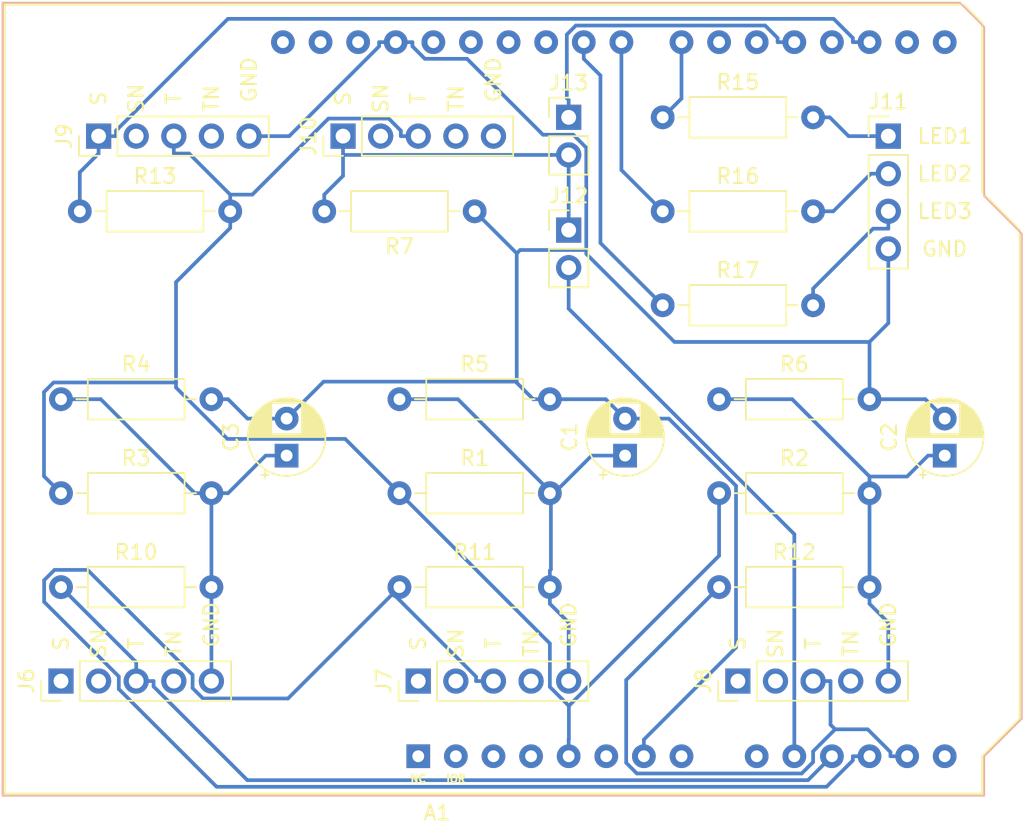
<source format=kicad_pcb>
(kicad_pcb (version 20171130) (host pcbnew 5.1.5-52549c5~84~ubuntu18.04.1)

  (general
    (thickness 1.6)
    (drawings 0)
    (tracks 189)
    (zones 0)
    (modules 26)
    (nets 53)
  )

  (page A4)
  (layers
    (0 F.Cu signal)
    (31 B.Cu signal)
    (32 B.Adhes user)
    (33 F.Adhes user)
    (34 B.Paste user)
    (35 F.Paste user)
    (36 B.SilkS user)
    (37 F.SilkS user)
    (38 B.Mask user)
    (39 F.Mask user)
    (40 Dwgs.User user)
    (41 Cmts.User user)
    (42 Eco1.User user)
    (43 Eco2.User user)
    (44 Edge.Cuts user)
    (45 Margin user)
    (46 B.CrtYd user)
    (47 F.CrtYd user)
    (48 B.Fab user)
    (49 F.Fab user)
  )

  (setup
    (last_trace_width 0.25)
    (trace_clearance 0.2)
    (zone_clearance 0.508)
    (zone_45_only no)
    (trace_min 0.2)
    (via_size 0.8)
    (via_drill 0.4)
    (via_min_size 0.4)
    (via_min_drill 0.3)
    (uvia_size 0.3)
    (uvia_drill 0.1)
    (uvias_allowed no)
    (uvia_min_size 0.2)
    (uvia_min_drill 0.1)
    (edge_width 0.05)
    (segment_width 0.2)
    (pcb_text_width 0.3)
    (pcb_text_size 1.5 1.5)
    (mod_edge_width 0.12)
    (mod_text_size 1 1)
    (mod_text_width 0.15)
    (pad_size 1.524 1.524)
    (pad_drill 0.762)
    (pad_to_mask_clearance 0.051)
    (solder_mask_min_width 0.25)
    (aux_axis_origin 0 0)
    (visible_elements FFFFFF7F)
    (pcbplotparams
      (layerselection 0x010fc_ffffffff)
      (usegerberextensions false)
      (usegerberattributes false)
      (usegerberadvancedattributes false)
      (creategerberjobfile false)
      (excludeedgelayer true)
      (linewidth 0.100000)
      (plotframeref false)
      (viasonmask false)
      (mode 1)
      (useauxorigin false)
      (hpglpennumber 1)
      (hpglpenspeed 20)
      (hpglpendiameter 15.000000)
      (psnegative false)
      (psa4output false)
      (plotreference true)
      (plotvalue true)
      (plotinvisibletext false)
      (padsonsilk false)
      (subtractmaskfromsilk false)
      (outputformat 1)
      (mirror false)
      (drillshape 1)
      (scaleselection 1)
      (outputdirectory ""))
  )

  (net 0 "")
  (net 1 "Net-(A1-Pad16)")
  (net 2 "Net-(A1-Pad15)")
  (net 3 "Net-(A1-Pad30)")
  (net 4 "Net-(A1-Pad14)")
  (net 5 /GND)
  (net 6 "Net-(A1-Pad13)")
  (net 7 "Net-(A1-Pad28)")
  (net 8 "Net-(A1-Pad12)")
  (net 9 "Net-(A1-Pad27)")
  (net 10 "Net-(A1-Pad11)")
  (net 11 "Net-(A1-Pad26)")
  (net 12 "Net-(A1-Pad10)")
  (net 13 "Net-(A1-Pad25)")
  (net 14 "Net-(A1-Pad9)")
  (net 15 "Net-(A1-Pad24)")
  (net 16 "Net-(A1-Pad8)")
  (net 17 "Net-(A1-Pad23)")
  (net 18 "Net-(A1-Pad22)")
  (net 19 "Net-(A1-Pad6)")
  (net 20 "Net-(A1-Pad21)")
  (net 21 /Collector)
  (net 22 "Net-(A1-Pad20)")
  (net 23 "Net-(A1-Pad4)")
  (net 24 /Emitter)
  (net 25 "Net-(A1-Pad3)")
  (net 26 "Net-(A1-Pad18)")
  (net 27 "Net-(A1-Pad2)")
  (net 28 /Data)
  (net 29 "Net-(A1-Pad1)")
  (net 30 "Net-(A1-Pad31)")
  (net 31 "Net-(A1-Pad32)")
  (net 32 "Net-(C1-Pad1)")
  (net 33 "Net-(C2-Pad1)")
  (net 34 "Net-(C3-Pad1)")
  (net 35 "Net-(D1-Pad2)")
  (net 36 "Net-(D2-Pad2)")
  (net 37 "Net-(D3-Pad2)")
  (net 38 "Net-(J6-Pad4)")
  (net 39 "Net-(J6-Pad2)")
  (net 40 "Net-(J6-Pad1)")
  (net 41 "Net-(J7-Pad4)")
  (net 42 "Net-(J7-Pad2)")
  (net 43 "Net-(J7-Pad1)")
  (net 44 "Net-(J8-Pad4)")
  (net 45 "Net-(J8-Pad2)")
  (net 46 "Net-(J8-Pad1)")
  (net 47 "Net-(J9-Pad4)")
  (net 48 "Net-(J9-Pad2)")
  (net 49 "Net-(J10-Pad5)")
  (net 50 "Net-(J10-Pad4)")
  (net 51 "Net-(J10-Pad2)")
  (net 52 "Net-(A1-Pad19)")

  (net_class Default "This is the default net class."
    (clearance 0.2)
    (trace_width 0.25)
    (via_dia 0.8)
    (via_drill 0.4)
    (uvia_dia 0.3)
    (uvia_drill 0.1)
    (add_net /Collector)
    (add_net /Data)
    (add_net /Emitter)
    (add_net /GND)
    (add_net "Net-(A1-Pad1)")
    (add_net "Net-(A1-Pad10)")
    (add_net "Net-(A1-Pad11)")
    (add_net "Net-(A1-Pad12)")
    (add_net "Net-(A1-Pad13)")
    (add_net "Net-(A1-Pad14)")
    (add_net "Net-(A1-Pad15)")
    (add_net "Net-(A1-Pad16)")
    (add_net "Net-(A1-Pad18)")
    (add_net "Net-(A1-Pad19)")
    (add_net "Net-(A1-Pad2)")
    (add_net "Net-(A1-Pad20)")
    (add_net "Net-(A1-Pad21)")
    (add_net "Net-(A1-Pad22)")
    (add_net "Net-(A1-Pad23)")
    (add_net "Net-(A1-Pad24)")
    (add_net "Net-(A1-Pad25)")
    (add_net "Net-(A1-Pad26)")
    (add_net "Net-(A1-Pad27)")
    (add_net "Net-(A1-Pad28)")
    (add_net "Net-(A1-Pad3)")
    (add_net "Net-(A1-Pad30)")
    (add_net "Net-(A1-Pad31)")
    (add_net "Net-(A1-Pad32)")
    (add_net "Net-(A1-Pad4)")
    (add_net "Net-(A1-Pad6)")
    (add_net "Net-(A1-Pad8)")
    (add_net "Net-(A1-Pad9)")
    (add_net "Net-(C1-Pad1)")
    (add_net "Net-(C2-Pad1)")
    (add_net "Net-(C3-Pad1)")
    (add_net "Net-(D1-Pad2)")
    (add_net "Net-(D2-Pad2)")
    (add_net "Net-(D3-Pad2)")
    (add_net "Net-(J10-Pad2)")
    (add_net "Net-(J10-Pad4)")
    (add_net "Net-(J10-Pad5)")
    (add_net "Net-(J6-Pad1)")
    (add_net "Net-(J6-Pad2)")
    (add_net "Net-(J6-Pad4)")
    (add_net "Net-(J7-Pad1)")
    (add_net "Net-(J7-Pad2)")
    (add_net "Net-(J7-Pad4)")
    (add_net "Net-(J8-Pad1)")
    (add_net "Net-(J8-Pad2)")
    (add_net "Net-(J8-Pad4)")
    (add_net "Net-(J9-Pad2)")
    (add_net "Net-(J9-Pad4)")
  )

  (net_class 20 ""
    (clearance 0.2)
    (trace_width 0.508)
    (via_dia 0.8)
    (via_drill 0.4)
    (uvia_dia 0.3)
    (uvia_drill 0.1)
  )

  (module Connector_PinHeader_2.54mm:PinHeader_1x02_P2.54mm_Vertical (layer F.Cu) (tedit 59FED5CC) (tstamp 5E4864C9)
    (at 144.78 66.04)
    (descr "Through hole straight pin header, 1x02, 2.54mm pitch, single row")
    (tags "Through hole pin header THT 1x02 2.54mm single row")
    (path /5E4D0334)
    (fp_text reference J13 (at 0 -2.33) (layer F.SilkS)
      (effects (font (size 1 1) (thickness 0.15)))
    )
    (fp_text value Conn_01x02_Male (at 0 4.87 90) (layer F.Fab) hide
      (effects (font (size 1 1) (thickness 0.15)))
    )
    (fp_text user %R (at 0 1.27 90) (layer F.Fab)
      (effects (font (size 1 1) (thickness 0.15)))
    )
    (fp_line (start 1.8 -1.8) (end -1.8 -1.8) (layer F.CrtYd) (width 0.05))
    (fp_line (start 1.8 4.35) (end 1.8 -1.8) (layer F.CrtYd) (width 0.05))
    (fp_line (start -1.8 4.35) (end 1.8 4.35) (layer F.CrtYd) (width 0.05))
    (fp_line (start -1.8 -1.8) (end -1.8 4.35) (layer F.CrtYd) (width 0.05))
    (fp_line (start -1.33 -1.33) (end 0 -1.33) (layer F.SilkS) (width 0.12))
    (fp_line (start -1.33 0) (end -1.33 -1.33) (layer F.SilkS) (width 0.12))
    (fp_line (start -1.33 1.27) (end 1.33 1.27) (layer F.SilkS) (width 0.12))
    (fp_line (start 1.33 1.27) (end 1.33 3.87) (layer F.SilkS) (width 0.12))
    (fp_line (start -1.33 1.27) (end -1.33 3.87) (layer F.SilkS) (width 0.12))
    (fp_line (start -1.33 3.87) (end 1.33 3.87) (layer F.SilkS) (width 0.12))
    (fp_line (start -1.27 -0.635) (end -0.635 -1.27) (layer F.Fab) (width 0.1))
    (fp_line (start -1.27 3.81) (end -1.27 -0.635) (layer F.Fab) (width 0.1))
    (fp_line (start 1.27 3.81) (end -1.27 3.81) (layer F.Fab) (width 0.1))
    (fp_line (start 1.27 -1.27) (end 1.27 3.81) (layer F.Fab) (width 0.1))
    (fp_line (start -0.635 -1.27) (end 1.27 -1.27) (layer F.Fab) (width 0.1))
    (pad 2 thru_hole oval (at 0 2.54) (size 1.7 1.7) (drill 1) (layers *.Cu *.Mask)
      (net 24 /Emitter))
    (pad 1 thru_hole rect (at 0 0) (size 1.7 1.7) (drill 1) (layers *.Cu *.Mask)
      (net 52 "Net-(A1-Pad19)"))
    (model ${KISYS3DMOD}/Connector_PinHeader_2.54mm.3dshapes/PinHeader_1x02_P2.54mm_Vertical.wrl
      (at (xyz 0 0 0))
      (scale (xyz 1 1 1))
      (rotate (xyz 0 0 0))
    )
  )

  (module Connector_PinHeader_2.54mm:PinHeader_1x02_P2.54mm_Vertical (layer F.Cu) (tedit 59FED5CC) (tstamp 5E4864B3)
    (at 144.78 73.66)
    (descr "Through hole straight pin header, 1x02, 2.54mm pitch, single row")
    (tags "Through hole pin header THT 1x02 2.54mm single row")
    (path /5E4F32DC)
    (fp_text reference J12 (at 0 -2.33) (layer F.SilkS)
      (effects (font (size 1 1) (thickness 0.15)))
    )
    (fp_text value Conn_01x02_Male (at 0 4.87) (layer F.Fab) hide
      (effects (font (size 1 1) (thickness 0.15)))
    )
    (fp_text user %R (at 0 1.27 90) (layer F.Fab)
      (effects (font (size 1 1) (thickness 0.15)))
    )
    (fp_line (start 1.8 -1.8) (end -1.8 -1.8) (layer F.CrtYd) (width 0.05))
    (fp_line (start 1.8 4.35) (end 1.8 -1.8) (layer F.CrtYd) (width 0.05))
    (fp_line (start -1.8 4.35) (end 1.8 4.35) (layer F.CrtYd) (width 0.05))
    (fp_line (start -1.8 -1.8) (end -1.8 4.35) (layer F.CrtYd) (width 0.05))
    (fp_line (start -1.33 -1.33) (end 0 -1.33) (layer F.SilkS) (width 0.12))
    (fp_line (start -1.33 0) (end -1.33 -1.33) (layer F.SilkS) (width 0.12))
    (fp_line (start -1.33 1.27) (end 1.33 1.27) (layer F.SilkS) (width 0.12))
    (fp_line (start 1.33 1.27) (end 1.33 3.87) (layer F.SilkS) (width 0.12))
    (fp_line (start -1.33 1.27) (end -1.33 3.87) (layer F.SilkS) (width 0.12))
    (fp_line (start -1.33 3.87) (end 1.33 3.87) (layer F.SilkS) (width 0.12))
    (fp_line (start -1.27 -0.635) (end -0.635 -1.27) (layer F.Fab) (width 0.1))
    (fp_line (start -1.27 3.81) (end -1.27 -0.635) (layer F.Fab) (width 0.1))
    (fp_line (start 1.27 3.81) (end -1.27 3.81) (layer F.Fab) (width 0.1))
    (fp_line (start 1.27 -1.27) (end 1.27 3.81) (layer F.Fab) (width 0.1))
    (fp_line (start -0.635 -1.27) (end 1.27 -1.27) (layer F.Fab) (width 0.1))
    (pad 2 thru_hole oval (at 0 2.54) (size 1.7 1.7) (drill 1) (layers *.Cu *.Mask)
      (net 12 "Net-(A1-Pad10)"))
    (pad 1 thru_hole rect (at 0 0) (size 1.7 1.7) (drill 1) (layers *.Cu *.Mask)
      (net 24 /Emitter))
    (model ${KISYS3DMOD}/Connector_PinHeader_2.54mm.3dshapes/PinHeader_1x02_P2.54mm_Vertical.wrl
      (at (xyz 0 0 0))
      (scale (xyz 1 1 1))
      (rotate (xyz 0 0 0))
    )
  )

  (module Resistor_THT:R_Axial_DIN0207_L6.3mm_D2.5mm_P10.16mm_Horizontal (layer F.Cu) (tedit 5AE5139B) (tstamp 5E48498E)
    (at 151.13 78.74)
    (descr "Resistor, Axial_DIN0207 series, Axial, Horizontal, pin pitch=10.16mm, 0.25W = 1/4W, length*diameter=6.3*2.5mm^2, http://cdn-reichelt.de/documents/datenblatt/B400/1_4W%23YAG.pdf")
    (tags "Resistor Axial_DIN0207 series Axial Horizontal pin pitch 10.16mm 0.25W = 1/4W length 6.3mm diameter 2.5mm")
    (path /5E53F657)
    (fp_text reference R17 (at 5.08 -2.37) (layer F.SilkS)
      (effects (font (size 1 1) (thickness 0.15)))
    )
    (fp_text value 220R (at 5.08 2.37) (layer F.Fab)
      (effects (font (size 1 1) (thickness 0.15)))
    )
    (fp_text user %R (at 5.08 0) (layer F.Fab)
      (effects (font (size 1 1) (thickness 0.15)))
    )
    (fp_line (start 11.21 -1.5) (end -1.05 -1.5) (layer F.CrtYd) (width 0.05))
    (fp_line (start 11.21 1.5) (end 11.21 -1.5) (layer F.CrtYd) (width 0.05))
    (fp_line (start -1.05 1.5) (end 11.21 1.5) (layer F.CrtYd) (width 0.05))
    (fp_line (start -1.05 -1.5) (end -1.05 1.5) (layer F.CrtYd) (width 0.05))
    (fp_line (start 9.12 0) (end 8.35 0) (layer F.SilkS) (width 0.12))
    (fp_line (start 1.04 0) (end 1.81 0) (layer F.SilkS) (width 0.12))
    (fp_line (start 8.35 -1.37) (end 1.81 -1.37) (layer F.SilkS) (width 0.12))
    (fp_line (start 8.35 1.37) (end 8.35 -1.37) (layer F.SilkS) (width 0.12))
    (fp_line (start 1.81 1.37) (end 8.35 1.37) (layer F.SilkS) (width 0.12))
    (fp_line (start 1.81 -1.37) (end 1.81 1.37) (layer F.SilkS) (width 0.12))
    (fp_line (start 10.16 0) (end 8.23 0) (layer F.Fab) (width 0.1))
    (fp_line (start 0 0) (end 1.93 0) (layer F.Fab) (width 0.1))
    (fp_line (start 8.23 -1.25) (end 1.93 -1.25) (layer F.Fab) (width 0.1))
    (fp_line (start 8.23 1.25) (end 8.23 -1.25) (layer F.Fab) (width 0.1))
    (fp_line (start 1.93 1.25) (end 8.23 1.25) (layer F.Fab) (width 0.1))
    (fp_line (start 1.93 -1.25) (end 1.93 1.25) (layer F.Fab) (width 0.1))
    (pad 2 thru_hole oval (at 10.16 0) (size 1.6 1.6) (drill 0.8) (layers *.Cu *.Mask)
      (net 37 "Net-(D3-Pad2)"))
    (pad 1 thru_hole circle (at 0 0) (size 1.6 1.6) (drill 0.8) (layers *.Cu *.Mask)
      (net 15 "Net-(A1-Pad24)"))
    (model ${KISYS3DMOD}/Resistor_THT.3dshapes/R_Axial_DIN0207_L6.3mm_D2.5mm_P10.16mm_Horizontal.wrl
      (at (xyz 0 0 0))
      (scale (xyz 1 1 1))
      (rotate (xyz 0 0 0))
    )
  )

  (module Resistor_THT:R_Axial_DIN0207_L6.3mm_D2.5mm_P10.16mm_Horizontal (layer F.Cu) (tedit 5AE5139B) (tstamp 5E484977)
    (at 151.13 72.39)
    (descr "Resistor, Axial_DIN0207 series, Axial, Horizontal, pin pitch=10.16mm, 0.25W = 1/4W, length*diameter=6.3*2.5mm^2, http://cdn-reichelt.de/documents/datenblatt/B400/1_4W%23YAG.pdf")
    (tags "Resistor Axial_DIN0207 series Axial Horizontal pin pitch 10.16mm 0.25W = 1/4W length 6.3mm diameter 2.5mm")
    (path /5E53C70A)
    (fp_text reference R16 (at 5.08 -2.37) (layer F.SilkS)
      (effects (font (size 1 1) (thickness 0.15)))
    )
    (fp_text value 220R (at 5.08 2.37) (layer F.Fab)
      (effects (font (size 1 1) (thickness 0.15)))
    )
    (fp_text user %R (at 5.08 0) (layer F.Fab)
      (effects (font (size 1 1) (thickness 0.15)))
    )
    (fp_line (start 11.21 -1.5) (end -1.05 -1.5) (layer F.CrtYd) (width 0.05))
    (fp_line (start 11.21 1.5) (end 11.21 -1.5) (layer F.CrtYd) (width 0.05))
    (fp_line (start -1.05 1.5) (end 11.21 1.5) (layer F.CrtYd) (width 0.05))
    (fp_line (start -1.05 -1.5) (end -1.05 1.5) (layer F.CrtYd) (width 0.05))
    (fp_line (start 9.12 0) (end 8.35 0) (layer F.SilkS) (width 0.12))
    (fp_line (start 1.04 0) (end 1.81 0) (layer F.SilkS) (width 0.12))
    (fp_line (start 8.35 -1.37) (end 1.81 -1.37) (layer F.SilkS) (width 0.12))
    (fp_line (start 8.35 1.37) (end 8.35 -1.37) (layer F.SilkS) (width 0.12))
    (fp_line (start 1.81 1.37) (end 8.35 1.37) (layer F.SilkS) (width 0.12))
    (fp_line (start 1.81 -1.37) (end 1.81 1.37) (layer F.SilkS) (width 0.12))
    (fp_line (start 10.16 0) (end 8.23 0) (layer F.Fab) (width 0.1))
    (fp_line (start 0 0) (end 1.93 0) (layer F.Fab) (width 0.1))
    (fp_line (start 8.23 -1.25) (end 1.93 -1.25) (layer F.Fab) (width 0.1))
    (fp_line (start 8.23 1.25) (end 8.23 -1.25) (layer F.Fab) (width 0.1))
    (fp_line (start 1.93 1.25) (end 8.23 1.25) (layer F.Fab) (width 0.1))
    (fp_line (start 1.93 -1.25) (end 1.93 1.25) (layer F.Fab) (width 0.1))
    (pad 2 thru_hole oval (at 10.16 0) (size 1.6 1.6) (drill 0.8) (layers *.Cu *.Mask)
      (net 36 "Net-(D2-Pad2)"))
    (pad 1 thru_hole circle (at 0 0) (size 1.6 1.6) (drill 0.8) (layers *.Cu *.Mask)
      (net 17 "Net-(A1-Pad23)"))
    (model ${KISYS3DMOD}/Resistor_THT.3dshapes/R_Axial_DIN0207_L6.3mm_D2.5mm_P10.16mm_Horizontal.wrl
      (at (xyz 0 0 0))
      (scale (xyz 1 1 1))
      (rotate (xyz 0 0 0))
    )
  )

  (module Resistor_THT:R_Axial_DIN0207_L6.3mm_D2.5mm_P10.16mm_Horizontal (layer F.Cu) (tedit 5AE5139B) (tstamp 5E484960)
    (at 151.13 66.04)
    (descr "Resistor, Axial_DIN0207 series, Axial, Horizontal, pin pitch=10.16mm, 0.25W = 1/4W, length*diameter=6.3*2.5mm^2, http://cdn-reichelt.de/documents/datenblatt/B400/1_4W%23YAG.pdf")
    (tags "Resistor Axial_DIN0207 series Axial Horizontal pin pitch 10.16mm 0.25W = 1/4W length 6.3mm diameter 2.5mm")
    (path /5E53B609)
    (fp_text reference R15 (at 5.08 -2.37) (layer F.SilkS)
      (effects (font (size 1 1) (thickness 0.15)))
    )
    (fp_text value 220R (at 5.08 2.37) (layer F.Fab)
      (effects (font (size 1 1) (thickness 0.15)))
    )
    (fp_text user %R (at 5.08 0) (layer F.Fab)
      (effects (font (size 1 1) (thickness 0.15)))
    )
    (fp_line (start 11.21 -1.5) (end -1.05 -1.5) (layer F.CrtYd) (width 0.05))
    (fp_line (start 11.21 1.5) (end 11.21 -1.5) (layer F.CrtYd) (width 0.05))
    (fp_line (start -1.05 1.5) (end 11.21 1.5) (layer F.CrtYd) (width 0.05))
    (fp_line (start -1.05 -1.5) (end -1.05 1.5) (layer F.CrtYd) (width 0.05))
    (fp_line (start 9.12 0) (end 8.35 0) (layer F.SilkS) (width 0.12))
    (fp_line (start 1.04 0) (end 1.81 0) (layer F.SilkS) (width 0.12))
    (fp_line (start 8.35 -1.37) (end 1.81 -1.37) (layer F.SilkS) (width 0.12))
    (fp_line (start 8.35 1.37) (end 8.35 -1.37) (layer F.SilkS) (width 0.12))
    (fp_line (start 1.81 1.37) (end 8.35 1.37) (layer F.SilkS) (width 0.12))
    (fp_line (start 1.81 -1.37) (end 1.81 1.37) (layer F.SilkS) (width 0.12))
    (fp_line (start 10.16 0) (end 8.23 0) (layer F.Fab) (width 0.1))
    (fp_line (start 0 0) (end 1.93 0) (layer F.Fab) (width 0.1))
    (fp_line (start 8.23 -1.25) (end 1.93 -1.25) (layer F.Fab) (width 0.1))
    (fp_line (start 8.23 1.25) (end 8.23 -1.25) (layer F.Fab) (width 0.1))
    (fp_line (start 1.93 1.25) (end 8.23 1.25) (layer F.Fab) (width 0.1))
    (fp_line (start 1.93 -1.25) (end 1.93 1.25) (layer F.Fab) (width 0.1))
    (pad 2 thru_hole oval (at 10.16 0) (size 1.6 1.6) (drill 0.8) (layers *.Cu *.Mask)
      (net 35 "Net-(D1-Pad2)"))
    (pad 1 thru_hole circle (at 0 0) (size 1.6 1.6) (drill 0.8) (layers *.Cu *.Mask)
      (net 18 "Net-(A1-Pad22)"))
    (model ${KISYS3DMOD}/Resistor_THT.3dshapes/R_Axial_DIN0207_L6.3mm_D2.5mm_P10.16mm_Horizontal.wrl
      (at (xyz 0 0 0))
      (scale (xyz 1 1 1))
      (rotate (xyz 0 0 0))
    )
  )

  (module Resistor_THT:R_Axial_DIN0207_L6.3mm_D2.5mm_P10.16mm_Horizontal (layer F.Cu) (tedit 5AE5139B) (tstamp 5E484949)
    (at 111.76 72.39)
    (descr "Resistor, Axial_DIN0207 series, Axial, Horizontal, pin pitch=10.16mm, 0.25W = 1/4W, length*diameter=6.3*2.5mm^2, http://cdn-reichelt.de/documents/datenblatt/B400/1_4W%23YAG.pdf")
    (tags "Resistor Axial_DIN0207 series Axial Horizontal pin pitch 10.16mm 0.25W = 1/4W length 6.3mm diameter 2.5mm")
    (path /5E4F8DCE)
    (fp_text reference R13 (at 5.08 -2.37) (layer F.SilkS)
      (effects (font (size 1 1) (thickness 0.15)))
    )
    (fp_text value 4.7k (at 5.08 2.37) (layer F.Fab)
      (effects (font (size 1 1) (thickness 0.15)))
    )
    (fp_text user %R (at 5.08 0) (layer F.Fab)
      (effects (font (size 1 1) (thickness 0.15)))
    )
    (fp_line (start 11.21 -1.5) (end -1.05 -1.5) (layer F.CrtYd) (width 0.05))
    (fp_line (start 11.21 1.5) (end 11.21 -1.5) (layer F.CrtYd) (width 0.05))
    (fp_line (start -1.05 1.5) (end 11.21 1.5) (layer F.CrtYd) (width 0.05))
    (fp_line (start -1.05 -1.5) (end -1.05 1.5) (layer F.CrtYd) (width 0.05))
    (fp_line (start 9.12 0) (end 8.35 0) (layer F.SilkS) (width 0.12))
    (fp_line (start 1.04 0) (end 1.81 0) (layer F.SilkS) (width 0.12))
    (fp_line (start 8.35 -1.37) (end 1.81 -1.37) (layer F.SilkS) (width 0.12))
    (fp_line (start 8.35 1.37) (end 8.35 -1.37) (layer F.SilkS) (width 0.12))
    (fp_line (start 1.81 1.37) (end 8.35 1.37) (layer F.SilkS) (width 0.12))
    (fp_line (start 1.81 -1.37) (end 1.81 1.37) (layer F.SilkS) (width 0.12))
    (fp_line (start 10.16 0) (end 8.23 0) (layer F.Fab) (width 0.1))
    (fp_line (start 0 0) (end 1.93 0) (layer F.Fab) (width 0.1))
    (fp_line (start 8.23 -1.25) (end 1.93 -1.25) (layer F.Fab) (width 0.1))
    (fp_line (start 8.23 1.25) (end 8.23 -1.25) (layer F.Fab) (width 0.1))
    (fp_line (start 1.93 1.25) (end 8.23 1.25) (layer F.Fab) (width 0.1))
    (fp_line (start 1.93 -1.25) (end 1.93 1.25) (layer F.Fab) (width 0.1))
    (pad 2 thru_hole oval (at 10.16 0) (size 1.6 1.6) (drill 0.8) (layers *.Cu *.Mask)
      (net 21 /Collector))
    (pad 1 thru_hole circle (at 0 0) (size 1.6 1.6) (drill 0.8) (layers *.Cu *.Mask)
      (net 28 /Data))
    (model ${KISYS3DMOD}/Resistor_THT.3dshapes/R_Axial_DIN0207_L6.3mm_D2.5mm_P10.16mm_Horizontal.wrl
      (at (xyz 0 0 0))
      (scale (xyz 1 1 1))
      (rotate (xyz 0 0 0))
    )
  )

  (module Resistor_THT:R_Axial_DIN0207_L6.3mm_D2.5mm_P10.16mm_Horizontal (layer F.Cu) (tedit 5AE5139B) (tstamp 5E484932)
    (at 154.94 97.79)
    (descr "Resistor, Axial_DIN0207 series, Axial, Horizontal, pin pitch=10.16mm, 0.25W = 1/4W, length*diameter=6.3*2.5mm^2, http://cdn-reichelt.de/documents/datenblatt/B400/1_4W%23YAG.pdf")
    (tags "Resistor Axial_DIN0207 series Axial Horizontal pin pitch 10.16mm 0.25W = 1/4W length 6.3mm diameter 2.5mm")
    (path /5E490841)
    (fp_text reference R12 (at 5.08 -2.37) (layer F.SilkS)
      (effects (font (size 1 1) (thickness 0.15)))
    )
    (fp_text value 33R (at 5.08 2.37) (layer F.Fab)
      (effects (font (size 1 1) (thickness 0.15)))
    )
    (fp_text user %R (at 5.08 0) (layer F.Fab)
      (effects (font (size 1 1) (thickness 0.15)))
    )
    (fp_line (start 11.21 -1.5) (end -1.05 -1.5) (layer F.CrtYd) (width 0.05))
    (fp_line (start 11.21 1.5) (end 11.21 -1.5) (layer F.CrtYd) (width 0.05))
    (fp_line (start -1.05 1.5) (end 11.21 1.5) (layer F.CrtYd) (width 0.05))
    (fp_line (start -1.05 -1.5) (end -1.05 1.5) (layer F.CrtYd) (width 0.05))
    (fp_line (start 9.12 0) (end 8.35 0) (layer F.SilkS) (width 0.12))
    (fp_line (start 1.04 0) (end 1.81 0) (layer F.SilkS) (width 0.12))
    (fp_line (start 8.35 -1.37) (end 1.81 -1.37) (layer F.SilkS) (width 0.12))
    (fp_line (start 8.35 1.37) (end 8.35 -1.37) (layer F.SilkS) (width 0.12))
    (fp_line (start 1.81 1.37) (end 8.35 1.37) (layer F.SilkS) (width 0.12))
    (fp_line (start 1.81 -1.37) (end 1.81 1.37) (layer F.SilkS) (width 0.12))
    (fp_line (start 10.16 0) (end 8.23 0) (layer F.Fab) (width 0.1))
    (fp_line (start 0 0) (end 1.93 0) (layer F.Fab) (width 0.1))
    (fp_line (start 8.23 -1.25) (end 1.93 -1.25) (layer F.Fab) (width 0.1))
    (fp_line (start 8.23 1.25) (end 8.23 -1.25) (layer F.Fab) (width 0.1))
    (fp_line (start 1.93 1.25) (end 8.23 1.25) (layer F.Fab) (width 0.1))
    (fp_line (start 1.93 -1.25) (end 1.93 1.25) (layer F.Fab) (width 0.1))
    (pad 2 thru_hole oval (at 10.16 0) (size 1.6 1.6) (drill 0.8) (layers *.Cu *.Mask)
      (net 33 "Net-(C2-Pad1)"))
    (pad 1 thru_hole circle (at 0 0) (size 1.6 1.6) (drill 0.8) (layers *.Cu *.Mask)
      (net 6 "Net-(A1-Pad13)"))
    (model ${KISYS3DMOD}/Resistor_THT.3dshapes/R_Axial_DIN0207_L6.3mm_D2.5mm_P10.16mm_Horizontal.wrl
      (at (xyz 0 0 0))
      (scale (xyz 1 1 1))
      (rotate (xyz 0 0 0))
    )
  )

  (module Resistor_THT:R_Axial_DIN0207_L6.3mm_D2.5mm_P10.16mm_Horizontal (layer F.Cu) (tedit 5AE5139B) (tstamp 5E48491B)
    (at 133.35 97.79)
    (descr "Resistor, Axial_DIN0207 series, Axial, Horizontal, pin pitch=10.16mm, 0.25W = 1/4W, length*diameter=6.3*2.5mm^2, http://cdn-reichelt.de/documents/datenblatt/B400/1_4W%23YAG.pdf")
    (tags "Resistor Axial_DIN0207 series Axial Horizontal pin pitch 10.16mm 0.25W = 1/4W length 6.3mm diameter 2.5mm")
    (path /5E469BEF)
    (fp_text reference R11 (at 5.08 -2.37) (layer F.SilkS)
      (effects (font (size 1 1) (thickness 0.15)))
    )
    (fp_text value 33R (at 5.08 2.37) (layer F.Fab)
      (effects (font (size 1 1) (thickness 0.15)))
    )
    (fp_text user %R (at 5.08 0) (layer F.Fab)
      (effects (font (size 1 1) (thickness 0.15)))
    )
    (fp_line (start 11.21 -1.5) (end -1.05 -1.5) (layer F.CrtYd) (width 0.05))
    (fp_line (start 11.21 1.5) (end 11.21 -1.5) (layer F.CrtYd) (width 0.05))
    (fp_line (start -1.05 1.5) (end 11.21 1.5) (layer F.CrtYd) (width 0.05))
    (fp_line (start -1.05 -1.5) (end -1.05 1.5) (layer F.CrtYd) (width 0.05))
    (fp_line (start 9.12 0) (end 8.35 0) (layer F.SilkS) (width 0.12))
    (fp_line (start 1.04 0) (end 1.81 0) (layer F.SilkS) (width 0.12))
    (fp_line (start 8.35 -1.37) (end 1.81 -1.37) (layer F.SilkS) (width 0.12))
    (fp_line (start 8.35 1.37) (end 8.35 -1.37) (layer F.SilkS) (width 0.12))
    (fp_line (start 1.81 1.37) (end 8.35 1.37) (layer F.SilkS) (width 0.12))
    (fp_line (start 1.81 -1.37) (end 1.81 1.37) (layer F.SilkS) (width 0.12))
    (fp_line (start 10.16 0) (end 8.23 0) (layer F.Fab) (width 0.1))
    (fp_line (start 0 0) (end 1.93 0) (layer F.Fab) (width 0.1))
    (fp_line (start 8.23 -1.25) (end 1.93 -1.25) (layer F.Fab) (width 0.1))
    (fp_line (start 8.23 1.25) (end 8.23 -1.25) (layer F.Fab) (width 0.1))
    (fp_line (start 1.93 1.25) (end 8.23 1.25) (layer F.Fab) (width 0.1))
    (fp_line (start 1.93 -1.25) (end 1.93 1.25) (layer F.Fab) (width 0.1))
    (pad 2 thru_hole oval (at 10.16 0) (size 1.6 1.6) (drill 0.8) (layers *.Cu *.Mask)
      (net 32 "Net-(C1-Pad1)"))
    (pad 1 thru_hole circle (at 0 0) (size 1.6 1.6) (drill 0.8) (layers *.Cu *.Mask)
      (net 8 "Net-(A1-Pad12)"))
    (model ${KISYS3DMOD}/Resistor_THT.3dshapes/R_Axial_DIN0207_L6.3mm_D2.5mm_P10.16mm_Horizontal.wrl
      (at (xyz 0 0 0))
      (scale (xyz 1 1 1))
      (rotate (xyz 0 0 0))
    )
  )

  (module Resistor_THT:R_Axial_DIN0207_L6.3mm_D2.5mm_P10.16mm_Horizontal (layer F.Cu) (tedit 5AE5139B) (tstamp 5E484904)
    (at 110.49 97.79)
    (descr "Resistor, Axial_DIN0207 series, Axial, Horizontal, pin pitch=10.16mm, 0.25W = 1/4W, length*diameter=6.3*2.5mm^2, http://cdn-reichelt.de/documents/datenblatt/B400/1_4W%23YAG.pdf")
    (tags "Resistor Axial_DIN0207 series Axial Horizontal pin pitch 10.16mm 0.25W = 1/4W length 6.3mm diameter 2.5mm")
    (path /5E42DB7E)
    (fp_text reference R10 (at 5.08 -2.37) (layer F.SilkS)
      (effects (font (size 1 1) (thickness 0.15)))
    )
    (fp_text value 33R (at 5.08 2.37) (layer F.Fab)
      (effects (font (size 1 1) (thickness 0.15)))
    )
    (fp_text user %R (at 5.08 0) (layer F.Fab)
      (effects (font (size 1 1) (thickness 0.15)))
    )
    (fp_line (start 11.21 -1.5) (end -1.05 -1.5) (layer F.CrtYd) (width 0.05))
    (fp_line (start 11.21 1.5) (end 11.21 -1.5) (layer F.CrtYd) (width 0.05))
    (fp_line (start -1.05 1.5) (end 11.21 1.5) (layer F.CrtYd) (width 0.05))
    (fp_line (start -1.05 -1.5) (end -1.05 1.5) (layer F.CrtYd) (width 0.05))
    (fp_line (start 9.12 0) (end 8.35 0) (layer F.SilkS) (width 0.12))
    (fp_line (start 1.04 0) (end 1.81 0) (layer F.SilkS) (width 0.12))
    (fp_line (start 8.35 -1.37) (end 1.81 -1.37) (layer F.SilkS) (width 0.12))
    (fp_line (start 8.35 1.37) (end 8.35 -1.37) (layer F.SilkS) (width 0.12))
    (fp_line (start 1.81 1.37) (end 8.35 1.37) (layer F.SilkS) (width 0.12))
    (fp_line (start 1.81 -1.37) (end 1.81 1.37) (layer F.SilkS) (width 0.12))
    (fp_line (start 10.16 0) (end 8.23 0) (layer F.Fab) (width 0.1))
    (fp_line (start 0 0) (end 1.93 0) (layer F.Fab) (width 0.1))
    (fp_line (start 8.23 -1.25) (end 1.93 -1.25) (layer F.Fab) (width 0.1))
    (fp_line (start 8.23 1.25) (end 8.23 -1.25) (layer F.Fab) (width 0.1))
    (fp_line (start 1.93 1.25) (end 8.23 1.25) (layer F.Fab) (width 0.1))
    (fp_line (start 1.93 -1.25) (end 1.93 1.25) (layer F.Fab) (width 0.1))
    (pad 2 thru_hole oval (at 10.16 0) (size 1.6 1.6) (drill 0.8) (layers *.Cu *.Mask)
      (net 34 "Net-(C3-Pad1)"))
    (pad 1 thru_hole circle (at 0 0) (size 1.6 1.6) (drill 0.8) (layers *.Cu *.Mask)
      (net 10 "Net-(A1-Pad11)"))
    (model ${KISYS3DMOD}/Resistor_THT.3dshapes/R_Axial_DIN0207_L6.3mm_D2.5mm_P10.16mm_Horizontal.wrl
      (at (xyz 0 0 0))
      (scale (xyz 1 1 1))
      (rotate (xyz 0 0 0))
    )
  )

  (module Resistor_THT:R_Axial_DIN0207_L6.3mm_D2.5mm_P10.16mm_Horizontal (layer F.Cu) (tedit 5AE5139B) (tstamp 5E4848ED)
    (at 138.43 72.39 180)
    (descr "Resistor, Axial_DIN0207 series, Axial, Horizontal, pin pitch=10.16mm, 0.25W = 1/4W, length*diameter=6.3*2.5mm^2, http://cdn-reichelt.de/documents/datenblatt/B400/1_4W%23YAG.pdf")
    (tags "Resistor Axial_DIN0207 series Axial Horizontal pin pitch 10.16mm 0.25W = 1/4W length 6.3mm diameter 2.5mm")
    (path /5E613A8C)
    (fp_text reference R7 (at 5.08 -2.37) (layer F.SilkS)
      (effects (font (size 1 1) (thickness 0.15)))
    )
    (fp_text value 1k (at 5.08 2.37) (layer F.Fab)
      (effects (font (size 1 1) (thickness 0.15)))
    )
    (fp_text user %R (at 5.08 0) (layer F.Fab)
      (effects (font (size 1 1) (thickness 0.15)))
    )
    (fp_line (start 11.21 -1.5) (end -1.05 -1.5) (layer F.CrtYd) (width 0.05))
    (fp_line (start 11.21 1.5) (end 11.21 -1.5) (layer F.CrtYd) (width 0.05))
    (fp_line (start -1.05 1.5) (end 11.21 1.5) (layer F.CrtYd) (width 0.05))
    (fp_line (start -1.05 -1.5) (end -1.05 1.5) (layer F.CrtYd) (width 0.05))
    (fp_line (start 9.12 0) (end 8.35 0) (layer F.SilkS) (width 0.12))
    (fp_line (start 1.04 0) (end 1.81 0) (layer F.SilkS) (width 0.12))
    (fp_line (start 8.35 -1.37) (end 1.81 -1.37) (layer F.SilkS) (width 0.12))
    (fp_line (start 8.35 1.37) (end 8.35 -1.37) (layer F.SilkS) (width 0.12))
    (fp_line (start 1.81 1.37) (end 8.35 1.37) (layer F.SilkS) (width 0.12))
    (fp_line (start 1.81 -1.37) (end 1.81 1.37) (layer F.SilkS) (width 0.12))
    (fp_line (start 10.16 0) (end 8.23 0) (layer F.Fab) (width 0.1))
    (fp_line (start 0 0) (end 1.93 0) (layer F.Fab) (width 0.1))
    (fp_line (start 8.23 -1.25) (end 1.93 -1.25) (layer F.Fab) (width 0.1))
    (fp_line (start 8.23 1.25) (end 8.23 -1.25) (layer F.Fab) (width 0.1))
    (fp_line (start 1.93 1.25) (end 8.23 1.25) (layer F.Fab) (width 0.1))
    (fp_line (start 1.93 -1.25) (end 1.93 1.25) (layer F.Fab) (width 0.1))
    (pad 2 thru_hole oval (at 10.16 0 180) (size 1.6 1.6) (drill 0.8) (layers *.Cu *.Mask)
      (net 24 /Emitter))
    (pad 1 thru_hole circle (at 0 0 180) (size 1.6 1.6) (drill 0.8) (layers *.Cu *.Mask)
      (net 5 /GND))
    (model ${KISYS3DMOD}/Resistor_THT.3dshapes/R_Axial_DIN0207_L6.3mm_D2.5mm_P10.16mm_Horizontal.wrl
      (at (xyz 0 0 0))
      (scale (xyz 1 1 1))
      (rotate (xyz 0 0 0))
    )
  )

  (module Resistor_THT:R_Axial_DIN0207_L6.3mm_D2.5mm_P10.16mm_Horizontal (layer F.Cu) (tedit 5AE5139B) (tstamp 5E4848D6)
    (at 154.94 85.09)
    (descr "Resistor, Axial_DIN0207 series, Axial, Horizontal, pin pitch=10.16mm, 0.25W = 1/4W, length*diameter=6.3*2.5mm^2, http://cdn-reichelt.de/documents/datenblatt/B400/1_4W%23YAG.pdf")
    (tags "Resistor Axial_DIN0207 series Axial Horizontal pin pitch 10.16mm 0.25W = 1/4W length 6.3mm diameter 2.5mm")
    (path /5E4A0502)
    (fp_text reference R6 (at 5.08 -2.37) (layer F.SilkS)
      (effects (font (size 1 1) (thickness 0.15)))
    )
    (fp_text value 100k (at 5.08 2.37) (layer F.Fab)
      (effects (font (size 1 1) (thickness 0.15)))
    )
    (fp_text user %R (at 5.08 0) (layer F.Fab)
      (effects (font (size 1 1) (thickness 0.15)))
    )
    (fp_line (start 11.21 -1.5) (end -1.05 -1.5) (layer F.CrtYd) (width 0.05))
    (fp_line (start 11.21 1.5) (end 11.21 -1.5) (layer F.CrtYd) (width 0.05))
    (fp_line (start -1.05 1.5) (end 11.21 1.5) (layer F.CrtYd) (width 0.05))
    (fp_line (start -1.05 -1.5) (end -1.05 1.5) (layer F.CrtYd) (width 0.05))
    (fp_line (start 9.12 0) (end 8.35 0) (layer F.SilkS) (width 0.12))
    (fp_line (start 1.04 0) (end 1.81 0) (layer F.SilkS) (width 0.12))
    (fp_line (start 8.35 -1.37) (end 1.81 -1.37) (layer F.SilkS) (width 0.12))
    (fp_line (start 8.35 1.37) (end 8.35 -1.37) (layer F.SilkS) (width 0.12))
    (fp_line (start 1.81 1.37) (end 8.35 1.37) (layer F.SilkS) (width 0.12))
    (fp_line (start 1.81 -1.37) (end 1.81 1.37) (layer F.SilkS) (width 0.12))
    (fp_line (start 10.16 0) (end 8.23 0) (layer F.Fab) (width 0.1))
    (fp_line (start 0 0) (end 1.93 0) (layer F.Fab) (width 0.1))
    (fp_line (start 8.23 -1.25) (end 1.93 -1.25) (layer F.Fab) (width 0.1))
    (fp_line (start 8.23 1.25) (end 8.23 -1.25) (layer F.Fab) (width 0.1))
    (fp_line (start 1.93 1.25) (end 8.23 1.25) (layer F.Fab) (width 0.1))
    (fp_line (start 1.93 -1.25) (end 1.93 1.25) (layer F.Fab) (width 0.1))
    (pad 2 thru_hole oval (at 10.16 0) (size 1.6 1.6) (drill 0.8) (layers *.Cu *.Mask)
      (net 5 /GND))
    (pad 1 thru_hole circle (at 0 0) (size 1.6 1.6) (drill 0.8) (layers *.Cu *.Mask)
      (net 33 "Net-(C2-Pad1)"))
    (model ${KISYS3DMOD}/Resistor_THT.3dshapes/R_Axial_DIN0207_L6.3mm_D2.5mm_P10.16mm_Horizontal.wrl
      (at (xyz 0 0 0))
      (scale (xyz 1 1 1))
      (rotate (xyz 0 0 0))
    )
  )

  (module Resistor_THT:R_Axial_DIN0207_L6.3mm_D2.5mm_P10.16mm_Horizontal (layer F.Cu) (tedit 5AE5139B) (tstamp 5E4848BF)
    (at 133.35 85.09)
    (descr "Resistor, Axial_DIN0207 series, Axial, Horizontal, pin pitch=10.16mm, 0.25W = 1/4W, length*diameter=6.3*2.5mm^2, http://cdn-reichelt.de/documents/datenblatt/B400/1_4W%23YAG.pdf")
    (tags "Resistor Axial_DIN0207 series Axial Horizontal pin pitch 10.16mm 0.25W = 1/4W length 6.3mm diameter 2.5mm")
    (path /5E4700C7)
    (fp_text reference R5 (at 5.08 -2.37) (layer F.SilkS)
      (effects (font (size 1 1) (thickness 0.15)))
    )
    (fp_text value 10k (at 5.08 2.37) (layer F.Fab)
      (effects (font (size 1 1) (thickness 0.15)))
    )
    (fp_text user %R (at 5.08 0) (layer F.Fab)
      (effects (font (size 1 1) (thickness 0.15)))
    )
    (fp_line (start 11.21 -1.5) (end -1.05 -1.5) (layer F.CrtYd) (width 0.05))
    (fp_line (start 11.21 1.5) (end 11.21 -1.5) (layer F.CrtYd) (width 0.05))
    (fp_line (start -1.05 1.5) (end 11.21 1.5) (layer F.CrtYd) (width 0.05))
    (fp_line (start -1.05 -1.5) (end -1.05 1.5) (layer F.CrtYd) (width 0.05))
    (fp_line (start 9.12 0) (end 8.35 0) (layer F.SilkS) (width 0.12))
    (fp_line (start 1.04 0) (end 1.81 0) (layer F.SilkS) (width 0.12))
    (fp_line (start 8.35 -1.37) (end 1.81 -1.37) (layer F.SilkS) (width 0.12))
    (fp_line (start 8.35 1.37) (end 8.35 -1.37) (layer F.SilkS) (width 0.12))
    (fp_line (start 1.81 1.37) (end 8.35 1.37) (layer F.SilkS) (width 0.12))
    (fp_line (start 1.81 -1.37) (end 1.81 1.37) (layer F.SilkS) (width 0.12))
    (fp_line (start 10.16 0) (end 8.23 0) (layer F.Fab) (width 0.1))
    (fp_line (start 0 0) (end 1.93 0) (layer F.Fab) (width 0.1))
    (fp_line (start 8.23 -1.25) (end 1.93 -1.25) (layer F.Fab) (width 0.1))
    (fp_line (start 8.23 1.25) (end 8.23 -1.25) (layer F.Fab) (width 0.1))
    (fp_line (start 1.93 1.25) (end 8.23 1.25) (layer F.Fab) (width 0.1))
    (fp_line (start 1.93 -1.25) (end 1.93 1.25) (layer F.Fab) (width 0.1))
    (pad 2 thru_hole oval (at 10.16 0) (size 1.6 1.6) (drill 0.8) (layers *.Cu *.Mask)
      (net 5 /GND))
    (pad 1 thru_hole circle (at 0 0) (size 1.6 1.6) (drill 0.8) (layers *.Cu *.Mask)
      (net 32 "Net-(C1-Pad1)"))
    (model ${KISYS3DMOD}/Resistor_THT.3dshapes/R_Axial_DIN0207_L6.3mm_D2.5mm_P10.16mm_Horizontal.wrl
      (at (xyz 0 0 0))
      (scale (xyz 1 1 1))
      (rotate (xyz 0 0 0))
    )
  )

  (module Resistor_THT:R_Axial_DIN0207_L6.3mm_D2.5mm_P10.16mm_Horizontal (layer F.Cu) (tedit 5AE5139B) (tstamp 5E4848A8)
    (at 110.49 85.09)
    (descr "Resistor, Axial_DIN0207 series, Axial, Horizontal, pin pitch=10.16mm, 0.25W = 1/4W, length*diameter=6.3*2.5mm^2, http://cdn-reichelt.de/documents/datenblatt/B400/1_4W%23YAG.pdf")
    (tags "Resistor Axial_DIN0207 series Axial Horizontal pin pitch 10.16mm 0.25W = 1/4W length 6.3mm diameter 2.5mm")
    (path /5E443359)
    (fp_text reference R4 (at 5.08 -2.37) (layer F.SilkS)
      (effects (font (size 1 1) (thickness 0.15)))
    )
    (fp_text value 10k (at 5.08 2.37) (layer F.Fab)
      (effects (font (size 1 1) (thickness 0.15)))
    )
    (fp_text user %R (at 5.08 0) (layer F.Fab)
      (effects (font (size 1 1) (thickness 0.15)))
    )
    (fp_line (start 11.21 -1.5) (end -1.05 -1.5) (layer F.CrtYd) (width 0.05))
    (fp_line (start 11.21 1.5) (end 11.21 -1.5) (layer F.CrtYd) (width 0.05))
    (fp_line (start -1.05 1.5) (end 11.21 1.5) (layer F.CrtYd) (width 0.05))
    (fp_line (start -1.05 -1.5) (end -1.05 1.5) (layer F.CrtYd) (width 0.05))
    (fp_line (start 9.12 0) (end 8.35 0) (layer F.SilkS) (width 0.12))
    (fp_line (start 1.04 0) (end 1.81 0) (layer F.SilkS) (width 0.12))
    (fp_line (start 8.35 -1.37) (end 1.81 -1.37) (layer F.SilkS) (width 0.12))
    (fp_line (start 8.35 1.37) (end 8.35 -1.37) (layer F.SilkS) (width 0.12))
    (fp_line (start 1.81 1.37) (end 8.35 1.37) (layer F.SilkS) (width 0.12))
    (fp_line (start 1.81 -1.37) (end 1.81 1.37) (layer F.SilkS) (width 0.12))
    (fp_line (start 10.16 0) (end 8.23 0) (layer F.Fab) (width 0.1))
    (fp_line (start 0 0) (end 1.93 0) (layer F.Fab) (width 0.1))
    (fp_line (start 8.23 -1.25) (end 1.93 -1.25) (layer F.Fab) (width 0.1))
    (fp_line (start 8.23 1.25) (end 8.23 -1.25) (layer F.Fab) (width 0.1))
    (fp_line (start 1.93 1.25) (end 8.23 1.25) (layer F.Fab) (width 0.1))
    (fp_line (start 1.93 -1.25) (end 1.93 1.25) (layer F.Fab) (width 0.1))
    (pad 2 thru_hole oval (at 10.16 0) (size 1.6 1.6) (drill 0.8) (layers *.Cu *.Mask)
      (net 5 /GND))
    (pad 1 thru_hole circle (at 0 0) (size 1.6 1.6) (drill 0.8) (layers *.Cu *.Mask)
      (net 34 "Net-(C3-Pad1)"))
    (model ${KISYS3DMOD}/Resistor_THT.3dshapes/R_Axial_DIN0207_L6.3mm_D2.5mm_P10.16mm_Horizontal.wrl
      (at (xyz 0 0 0))
      (scale (xyz 1 1 1))
      (rotate (xyz 0 0 0))
    )
  )

  (module Resistor_THT:R_Axial_DIN0207_L6.3mm_D2.5mm_P10.16mm_Horizontal (layer F.Cu) (tedit 5AE5139B) (tstamp 5E484891)
    (at 110.49 91.44)
    (descr "Resistor, Axial_DIN0207 series, Axial, Horizontal, pin pitch=10.16mm, 0.25W = 1/4W, length*diameter=6.3*2.5mm^2, http://cdn-reichelt.de/documents/datenblatt/B400/1_4W%23YAG.pdf")
    (tags "Resistor Axial_DIN0207 series Axial Horizontal pin pitch 10.16mm 0.25W = 1/4W length 6.3mm diameter 2.5mm")
    (path /5E443353)
    (fp_text reference R3 (at 5.08 -2.37) (layer F.SilkS)
      (effects (font (size 1 1) (thickness 0.15)))
    )
    (fp_text value 10k (at 5.08 2.37) (layer F.Fab)
      (effects (font (size 1 1) (thickness 0.15)))
    )
    (fp_text user %R (at 5.08 0) (layer F.Fab)
      (effects (font (size 1 1) (thickness 0.15)))
    )
    (fp_line (start 11.21 -1.5) (end -1.05 -1.5) (layer F.CrtYd) (width 0.05))
    (fp_line (start 11.21 1.5) (end 11.21 -1.5) (layer F.CrtYd) (width 0.05))
    (fp_line (start -1.05 1.5) (end 11.21 1.5) (layer F.CrtYd) (width 0.05))
    (fp_line (start -1.05 -1.5) (end -1.05 1.5) (layer F.CrtYd) (width 0.05))
    (fp_line (start 9.12 0) (end 8.35 0) (layer F.SilkS) (width 0.12))
    (fp_line (start 1.04 0) (end 1.81 0) (layer F.SilkS) (width 0.12))
    (fp_line (start 8.35 -1.37) (end 1.81 -1.37) (layer F.SilkS) (width 0.12))
    (fp_line (start 8.35 1.37) (end 8.35 -1.37) (layer F.SilkS) (width 0.12))
    (fp_line (start 1.81 1.37) (end 8.35 1.37) (layer F.SilkS) (width 0.12))
    (fp_line (start 1.81 -1.37) (end 1.81 1.37) (layer F.SilkS) (width 0.12))
    (fp_line (start 10.16 0) (end 8.23 0) (layer F.Fab) (width 0.1))
    (fp_line (start 0 0) (end 1.93 0) (layer F.Fab) (width 0.1))
    (fp_line (start 8.23 -1.25) (end 1.93 -1.25) (layer F.Fab) (width 0.1))
    (fp_line (start 8.23 1.25) (end 8.23 -1.25) (layer F.Fab) (width 0.1))
    (fp_line (start 1.93 1.25) (end 8.23 1.25) (layer F.Fab) (width 0.1))
    (fp_line (start 1.93 -1.25) (end 1.93 1.25) (layer F.Fab) (width 0.1))
    (pad 2 thru_hole oval (at 10.16 0) (size 1.6 1.6) (drill 0.8) (layers *.Cu *.Mask)
      (net 34 "Net-(C3-Pad1)"))
    (pad 1 thru_hole circle (at 0 0) (size 1.6 1.6) (drill 0.8) (layers *.Cu *.Mask)
      (net 21 /Collector))
    (model ${KISYS3DMOD}/Resistor_THT.3dshapes/R_Axial_DIN0207_L6.3mm_D2.5mm_P10.16mm_Horizontal.wrl
      (at (xyz 0 0 0))
      (scale (xyz 1 1 1))
      (rotate (xyz 0 0 0))
    )
  )

  (module Resistor_THT:R_Axial_DIN0207_L6.3mm_D2.5mm_P10.16mm_Horizontal (layer F.Cu) (tedit 5AE5139B) (tstamp 5E48487A)
    (at 154.94 91.44)
    (descr "Resistor, Axial_DIN0207 series, Axial, Horizontal, pin pitch=10.16mm, 0.25W = 1/4W, length*diameter=6.3*2.5mm^2, http://cdn-reichelt.de/documents/datenblatt/B400/1_4W%23YAG.pdf")
    (tags "Resistor Axial_DIN0207 series Axial Horizontal pin pitch 10.16mm 0.25W = 1/4W length 6.3mm diameter 2.5mm")
    (path /5E4A04FC)
    (fp_text reference R2 (at 5.08 -2.37) (layer F.SilkS)
      (effects (font (size 1 1) (thickness 0.15)))
    )
    (fp_text value 10k (at 5.08 2.37) (layer F.Fab)
      (effects (font (size 1 1) (thickness 0.15)))
    )
    (fp_text user %R (at 5.08 0) (layer F.Fab)
      (effects (font (size 1 1) (thickness 0.15)))
    )
    (fp_line (start 11.21 -1.5) (end -1.05 -1.5) (layer F.CrtYd) (width 0.05))
    (fp_line (start 11.21 1.5) (end 11.21 -1.5) (layer F.CrtYd) (width 0.05))
    (fp_line (start -1.05 1.5) (end 11.21 1.5) (layer F.CrtYd) (width 0.05))
    (fp_line (start -1.05 -1.5) (end -1.05 1.5) (layer F.CrtYd) (width 0.05))
    (fp_line (start 9.12 0) (end 8.35 0) (layer F.SilkS) (width 0.12))
    (fp_line (start 1.04 0) (end 1.81 0) (layer F.SilkS) (width 0.12))
    (fp_line (start 8.35 -1.37) (end 1.81 -1.37) (layer F.SilkS) (width 0.12))
    (fp_line (start 8.35 1.37) (end 8.35 -1.37) (layer F.SilkS) (width 0.12))
    (fp_line (start 1.81 1.37) (end 8.35 1.37) (layer F.SilkS) (width 0.12))
    (fp_line (start 1.81 -1.37) (end 1.81 1.37) (layer F.SilkS) (width 0.12))
    (fp_line (start 10.16 0) (end 8.23 0) (layer F.Fab) (width 0.1))
    (fp_line (start 0 0) (end 1.93 0) (layer F.Fab) (width 0.1))
    (fp_line (start 8.23 -1.25) (end 1.93 -1.25) (layer F.Fab) (width 0.1))
    (fp_line (start 8.23 1.25) (end 8.23 -1.25) (layer F.Fab) (width 0.1))
    (fp_line (start 1.93 1.25) (end 8.23 1.25) (layer F.Fab) (width 0.1))
    (fp_line (start 1.93 -1.25) (end 1.93 1.25) (layer F.Fab) (width 0.1))
    (pad 2 thru_hole oval (at 10.16 0) (size 1.6 1.6) (drill 0.8) (layers *.Cu *.Mask)
      (net 33 "Net-(C2-Pad1)"))
    (pad 1 thru_hole circle (at 0 0) (size 1.6 1.6) (drill 0.8) (layers *.Cu *.Mask)
      (net 21 /Collector))
    (model ${KISYS3DMOD}/Resistor_THT.3dshapes/R_Axial_DIN0207_L6.3mm_D2.5mm_P10.16mm_Horizontal.wrl
      (at (xyz 0 0 0))
      (scale (xyz 1 1 1))
      (rotate (xyz 0 0 0))
    )
  )

  (module Resistor_THT:R_Axial_DIN0207_L6.3mm_D2.5mm_P10.16mm_Horizontal (layer F.Cu) (tedit 5AE5139B) (tstamp 5E484863)
    (at 133.35 91.44)
    (descr "Resistor, Axial_DIN0207 series, Axial, Horizontal, pin pitch=10.16mm, 0.25W = 1/4W, length*diameter=6.3*2.5mm^2, http://cdn-reichelt.de/documents/datenblatt/B400/1_4W%23YAG.pdf")
    (tags "Resistor Axial_DIN0207 series Axial Horizontal pin pitch 10.16mm 0.25W = 1/4W length 6.3mm diameter 2.5mm")
    (path /5E46F044)
    (fp_text reference R1 (at 5.08 -2.37) (layer F.SilkS)
      (effects (font (size 1 1) (thickness 0.15)))
    )
    (fp_text value 10k (at 5.08 2.37) (layer F.Fab)
      (effects (font (size 1 1) (thickness 0.15)))
    )
    (fp_text user %R (at 5.08 0) (layer F.Fab)
      (effects (font (size 1 1) (thickness 0.15)))
    )
    (fp_line (start 11.21 -1.5) (end -1.05 -1.5) (layer F.CrtYd) (width 0.05))
    (fp_line (start 11.21 1.5) (end 11.21 -1.5) (layer F.CrtYd) (width 0.05))
    (fp_line (start -1.05 1.5) (end 11.21 1.5) (layer F.CrtYd) (width 0.05))
    (fp_line (start -1.05 -1.5) (end -1.05 1.5) (layer F.CrtYd) (width 0.05))
    (fp_line (start 9.12 0) (end 8.35 0) (layer F.SilkS) (width 0.12))
    (fp_line (start 1.04 0) (end 1.81 0) (layer F.SilkS) (width 0.12))
    (fp_line (start 8.35 -1.37) (end 1.81 -1.37) (layer F.SilkS) (width 0.12))
    (fp_line (start 8.35 1.37) (end 8.35 -1.37) (layer F.SilkS) (width 0.12))
    (fp_line (start 1.81 1.37) (end 8.35 1.37) (layer F.SilkS) (width 0.12))
    (fp_line (start 1.81 -1.37) (end 1.81 1.37) (layer F.SilkS) (width 0.12))
    (fp_line (start 10.16 0) (end 8.23 0) (layer F.Fab) (width 0.1))
    (fp_line (start 0 0) (end 1.93 0) (layer F.Fab) (width 0.1))
    (fp_line (start 8.23 -1.25) (end 1.93 -1.25) (layer F.Fab) (width 0.1))
    (fp_line (start 8.23 1.25) (end 8.23 -1.25) (layer F.Fab) (width 0.1))
    (fp_line (start 1.93 1.25) (end 8.23 1.25) (layer F.Fab) (width 0.1))
    (fp_line (start 1.93 -1.25) (end 1.93 1.25) (layer F.Fab) (width 0.1))
    (pad 2 thru_hole oval (at 10.16 0) (size 1.6 1.6) (drill 0.8) (layers *.Cu *.Mask)
      (net 32 "Net-(C1-Pad1)"))
    (pad 1 thru_hole circle (at 0 0) (size 1.6 1.6) (drill 0.8) (layers *.Cu *.Mask)
      (net 21 /Collector))
    (model ${KISYS3DMOD}/Resistor_THT.3dshapes/R_Axial_DIN0207_L6.3mm_D2.5mm_P10.16mm_Horizontal.wrl
      (at (xyz 0 0 0))
      (scale (xyz 1 1 1))
      (rotate (xyz 0 0 0))
    )
  )

  (module My_Headers:4-pin_3_LED_header (layer F.Cu) (tedit 5E402AFA) (tstamp 5E484837)
    (at 166.37 67.31)
    (descr "Through hole straight pin header, 1x04, 2.54mm pitch, single row")
    (tags "Through hole pin header THT 1x04 2.54mm single row")
    (path /5E6DC405)
    (fp_text reference J11 (at 0 -2.33) (layer F.SilkS)
      (effects (font (size 1 1) (thickness 0.15)))
    )
    (fp_text value 4-pin_3LED_header (at 0 9.95) (layer F.Fab) hide
      (effects (font (size 1 1) (thickness 0.15)))
    )
    (fp_text user GND (at 3.81 7.62) (layer F.SilkS)
      (effects (font (size 1 1) (thickness 0.15)))
    )
    (fp_text user LED3 (at 3.81 5.08) (layer F.SilkS)
      (effects (font (size 1 1) (thickness 0.15)))
    )
    (fp_text user LED2 (at 3.81 2.54) (layer F.SilkS)
      (effects (font (size 1 1) (thickness 0.15)))
    )
    (fp_text user LED1 (at 3.81 0) (layer F.SilkS)
      (effects (font (size 1 1) (thickness 0.15)))
    )
    (fp_line (start 1.8 -1.8) (end -1.8 -1.8) (layer F.CrtYd) (width 0.05))
    (fp_line (start 1.8 9.4) (end 1.8 -1.8) (layer F.CrtYd) (width 0.05))
    (fp_line (start -1.8 9.4) (end 1.8 9.4) (layer F.CrtYd) (width 0.05))
    (fp_line (start -1.8 -1.8) (end -1.8 9.4) (layer F.CrtYd) (width 0.05))
    (fp_line (start -1.33 -1.33) (end 0 -1.33) (layer F.SilkS) (width 0.12))
    (fp_line (start -1.33 0) (end -1.33 -1.33) (layer F.SilkS) (width 0.12))
    (fp_line (start -1.33 1.27) (end 1.33 1.27) (layer F.SilkS) (width 0.12))
    (fp_line (start 1.33 1.27) (end 1.33 8.95) (layer F.SilkS) (width 0.12))
    (fp_line (start -1.33 1.27) (end -1.33 8.95) (layer F.SilkS) (width 0.12))
    (fp_line (start -1.33 8.95) (end 1.33 8.95) (layer F.SilkS) (width 0.12))
    (fp_line (start -1.27 -0.635) (end -0.635 -1.27) (layer F.Fab) (width 0.1))
    (fp_line (start -1.27 8.89) (end -1.27 -0.635) (layer F.Fab) (width 0.1))
    (fp_line (start 1.27 8.89) (end -1.27 8.89) (layer F.Fab) (width 0.1))
    (fp_line (start 1.27 -1.27) (end 1.27 8.89) (layer F.Fab) (width 0.1))
    (fp_line (start -0.635 -1.27) (end 1.27 -1.27) (layer F.Fab) (width 0.1))
    (pad 4 thru_hole oval (at 0 7.62) (size 1.7 1.7) (drill 1) (layers *.Cu *.Mask)
      (net 5 /GND))
    (pad 3 thru_hole oval (at 0 5.08) (size 1.7 1.7) (drill 1) (layers *.Cu *.Mask)
      (net 37 "Net-(D3-Pad2)"))
    (pad 2 thru_hole oval (at 0 2.54) (size 1.7 1.7) (drill 1) (layers *.Cu *.Mask)
      (net 36 "Net-(D2-Pad2)"))
    (pad 1 thru_hole rect (at 0 0) (size 1.7 1.7) (drill 1) (layers *.Cu *.Mask)
      (net 35 "Net-(D1-Pad2)"))
    (model ${KISYS3DMOD}/Connector_PinHeader_2.54mm.3dshapes/PinHeader_1x04_P2.54mm_Vertical.wrl
      (at (xyz 0 0 0))
      (scale (xyz 1 1 1))
      (rotate (xyz 0 0 0))
    )
  )

  (module My_Headers:5-pin_3,5mm_audio_jack_header (layer F.Cu) (tedit 5E4027AB) (tstamp 5E48481C)
    (at 129.54 67.31 90)
    (descr "Through hole straight pin header, 1x05, 2.54mm pitch, single row")
    (tags "Through hole pin header THT 1x05 2.54mm single row")
    (path /5E5AD60C)
    (fp_text reference J10 (at 0 -2.33 90) (layer F.SilkS)
      (effects (font (size 1 1) (thickness 0.15)))
    )
    (fp_text value 5-pin_3-pole_3,5mm_audio_header (at 10.16 12.7 90) (layer F.Fab) hide
      (effects (font (size 1 1) (thickness 0.15)))
    )
    (fp_text user GND (at 3.81 10.16 90) (layer F.SilkS)
      (effects (font (size 1 1) (thickness 0.15)))
    )
    (fp_text user TN (at 2.54 7.62 90) (layer F.SilkS)
      (effects (font (size 1 1) (thickness 0.15)))
    )
    (fp_text user T (at 2.54 5.08 90) (layer F.SilkS)
      (effects (font (size 1 1) (thickness 0.15)))
    )
    (fp_text user SN (at 2.54 2.54 90) (layer F.SilkS)
      (effects (font (size 1 1) (thickness 0.15)))
    )
    (fp_text user S (at 2.54 0 90) (layer F.SilkS)
      (effects (font (size 1 1) (thickness 0.15)))
    )
    (fp_line (start 1.8 -1.8) (end -1.8 -1.8) (layer F.CrtYd) (width 0.05))
    (fp_line (start 1.8 11.95) (end 1.8 -1.8) (layer F.CrtYd) (width 0.05))
    (fp_line (start -1.8 11.95) (end 1.8 11.95) (layer F.CrtYd) (width 0.05))
    (fp_line (start -1.8 -1.8) (end -1.8 11.95) (layer F.CrtYd) (width 0.05))
    (fp_line (start -1.33 -1.33) (end 0 -1.33) (layer F.SilkS) (width 0.12))
    (fp_line (start -1.33 0) (end -1.33 -1.33) (layer F.SilkS) (width 0.12))
    (fp_line (start -1.33 1.27) (end 1.33 1.27) (layer F.SilkS) (width 0.12))
    (fp_line (start 1.33 1.27) (end 1.33 11.49) (layer F.SilkS) (width 0.12))
    (fp_line (start -1.33 1.27) (end -1.33 11.49) (layer F.SilkS) (width 0.12))
    (fp_line (start -1.33 11.49) (end 1.33 11.49) (layer F.SilkS) (width 0.12))
    (fp_line (start -1.27 -0.635) (end -0.635 -1.27) (layer F.Fab) (width 0.1))
    (fp_line (start -1.27 11.43) (end -1.27 -0.635) (layer F.Fab) (width 0.1))
    (fp_line (start 1.27 11.43) (end -1.27 11.43) (layer F.Fab) (width 0.1))
    (fp_line (start 1.27 -1.27) (end 1.27 11.43) (layer F.Fab) (width 0.1))
    (fp_line (start -0.635 -1.27) (end 1.27 -1.27) (layer F.Fab) (width 0.1))
    (pad 5 thru_hole oval (at 0 10.16 90) (size 1.7 1.7) (drill 1) (layers *.Cu *.Mask)
      (net 49 "Net-(J10-Pad5)"))
    (pad 4 thru_hole oval (at 0 7.62 90) (size 1.7 1.7) (drill 1) (layers *.Cu *.Mask)
      (net 50 "Net-(J10-Pad4)"))
    (pad 3 thru_hole oval (at 0 5.08 90) (size 1.7 1.7) (drill 1) (layers *.Cu *.Mask)
      (net 21 /Collector))
    (pad 2 thru_hole oval (at 0 2.54 90) (size 1.7 1.7) (drill 1) (layers *.Cu *.Mask)
      (net 51 "Net-(J10-Pad2)"))
    (pad 1 thru_hole rect (at 0 0 90) (size 1.7 1.7) (drill 1) (layers *.Cu *.Mask)
      (net 24 /Emitter))
    (model ${KISYS3DMOD}/Connector_PinHeader_2.54mm.3dshapes/PinHeader_1x05_P2.54mm_Vertical.wrl
      (at (xyz 0 0 0))
      (scale (xyz 1 1 1))
      (rotate (xyz 0 0 0))
    )
  )

  (module My_Headers:5-pin_3,5mm_audio_jack_header (layer F.Cu) (tedit 5E4027AB) (tstamp 5E4847FF)
    (at 113.03 67.31 90)
    (descr "Through hole straight pin header, 1x05, 2.54mm pitch, single row")
    (tags "Through hole pin header THT 1x05 2.54mm single row")
    (path /5E5ABB60)
    (fp_text reference J9 (at 0 -2.33 90) (layer F.SilkS)
      (effects (font (size 1 1) (thickness 0.15)))
    )
    (fp_text value 5-pin_3-pole_3,5mm_audio_header (at 10.16 12.7 90) (layer F.Fab) hide
      (effects (font (size 1 1) (thickness 0.15)))
    )
    (fp_text user GND (at 3.81 10.16 90) (layer F.SilkS)
      (effects (font (size 1 1) (thickness 0.15)))
    )
    (fp_text user TN (at 2.54 7.62 90) (layer F.SilkS)
      (effects (font (size 1 1) (thickness 0.15)))
    )
    (fp_text user T (at 2.54 5.08 90) (layer F.SilkS)
      (effects (font (size 1 1) (thickness 0.15)))
    )
    (fp_text user SN (at 2.54 2.54 90) (layer F.SilkS)
      (effects (font (size 1 1) (thickness 0.15)))
    )
    (fp_text user S (at 2.54 0 90) (layer F.SilkS)
      (effects (font (size 1 1) (thickness 0.15)))
    )
    (fp_line (start 1.8 -1.8) (end -1.8 -1.8) (layer F.CrtYd) (width 0.05))
    (fp_line (start 1.8 11.95) (end 1.8 -1.8) (layer F.CrtYd) (width 0.05))
    (fp_line (start -1.8 11.95) (end 1.8 11.95) (layer F.CrtYd) (width 0.05))
    (fp_line (start -1.8 -1.8) (end -1.8 11.95) (layer F.CrtYd) (width 0.05))
    (fp_line (start -1.33 -1.33) (end 0 -1.33) (layer F.SilkS) (width 0.12))
    (fp_line (start -1.33 0) (end -1.33 -1.33) (layer F.SilkS) (width 0.12))
    (fp_line (start -1.33 1.27) (end 1.33 1.27) (layer F.SilkS) (width 0.12))
    (fp_line (start 1.33 1.27) (end 1.33 11.49) (layer F.SilkS) (width 0.12))
    (fp_line (start -1.33 1.27) (end -1.33 11.49) (layer F.SilkS) (width 0.12))
    (fp_line (start -1.33 11.49) (end 1.33 11.49) (layer F.SilkS) (width 0.12))
    (fp_line (start -1.27 -0.635) (end -0.635 -1.27) (layer F.Fab) (width 0.1))
    (fp_line (start -1.27 11.43) (end -1.27 -0.635) (layer F.Fab) (width 0.1))
    (fp_line (start 1.27 11.43) (end -1.27 11.43) (layer F.Fab) (width 0.1))
    (fp_line (start 1.27 -1.27) (end 1.27 11.43) (layer F.Fab) (width 0.1))
    (fp_line (start -0.635 -1.27) (end 1.27 -1.27) (layer F.Fab) (width 0.1))
    (pad 5 thru_hole oval (at 0 10.16 90) (size 1.7 1.7) (drill 1) (layers *.Cu *.Mask)
      (net 5 /GND))
    (pad 4 thru_hole oval (at 0 7.62 90) (size 1.7 1.7) (drill 1) (layers *.Cu *.Mask)
      (net 47 "Net-(J9-Pad4)"))
    (pad 3 thru_hole oval (at 0 5.08 90) (size 1.7 1.7) (drill 1) (layers *.Cu *.Mask)
      (net 21 /Collector))
    (pad 2 thru_hole oval (at 0 2.54 90) (size 1.7 1.7) (drill 1) (layers *.Cu *.Mask)
      (net 48 "Net-(J9-Pad2)"))
    (pad 1 thru_hole rect (at 0 0 90) (size 1.7 1.7) (drill 1) (layers *.Cu *.Mask)
      (net 28 /Data))
    (model ${KISYS3DMOD}/Connector_PinHeader_2.54mm.3dshapes/PinHeader_1x05_P2.54mm_Vertical.wrl
      (at (xyz 0 0 0))
      (scale (xyz 1 1 1))
      (rotate (xyz 0 0 0))
    )
  )

  (module My_Headers:5-pin_3,5mm_audio_jack_header (layer F.Cu) (tedit 5E4027AB) (tstamp 5E4847E2)
    (at 156.21 104.14 90)
    (descr "Through hole straight pin header, 1x05, 2.54mm pitch, single row")
    (tags "Through hole pin header THT 1x05 2.54mm single row")
    (path /5E5A234B)
    (fp_text reference J8 (at 0 -2.33 90) (layer F.SilkS)
      (effects (font (size 1 1) (thickness 0.15)))
    )
    (fp_text value 5-pin_3-pole_3,5mm_audio_header (at 10.16 12.7 90) (layer F.Fab) hide
      (effects (font (size 1 1) (thickness 0.15)))
    )
    (fp_text user GND (at 3.81 10.16 90) (layer F.SilkS)
      (effects (font (size 1 1) (thickness 0.15)))
    )
    (fp_text user TN (at 2.54 7.62 90) (layer F.SilkS)
      (effects (font (size 1 1) (thickness 0.15)))
    )
    (fp_text user T (at 2.54 5.08 90) (layer F.SilkS)
      (effects (font (size 1 1) (thickness 0.15)))
    )
    (fp_text user SN (at 2.54 2.54 90) (layer F.SilkS)
      (effects (font (size 1 1) (thickness 0.15)))
    )
    (fp_text user S (at 2.54 0 90) (layer F.SilkS)
      (effects (font (size 1 1) (thickness 0.15)))
    )
    (fp_line (start 1.8 -1.8) (end -1.8 -1.8) (layer F.CrtYd) (width 0.05))
    (fp_line (start 1.8 11.95) (end 1.8 -1.8) (layer F.CrtYd) (width 0.05))
    (fp_line (start -1.8 11.95) (end 1.8 11.95) (layer F.CrtYd) (width 0.05))
    (fp_line (start -1.8 -1.8) (end -1.8 11.95) (layer F.CrtYd) (width 0.05))
    (fp_line (start -1.33 -1.33) (end 0 -1.33) (layer F.SilkS) (width 0.12))
    (fp_line (start -1.33 0) (end -1.33 -1.33) (layer F.SilkS) (width 0.12))
    (fp_line (start -1.33 1.27) (end 1.33 1.27) (layer F.SilkS) (width 0.12))
    (fp_line (start 1.33 1.27) (end 1.33 11.49) (layer F.SilkS) (width 0.12))
    (fp_line (start -1.33 1.27) (end -1.33 11.49) (layer F.SilkS) (width 0.12))
    (fp_line (start -1.33 11.49) (end 1.33 11.49) (layer F.SilkS) (width 0.12))
    (fp_line (start -1.27 -0.635) (end -0.635 -1.27) (layer F.Fab) (width 0.1))
    (fp_line (start -1.27 11.43) (end -1.27 -0.635) (layer F.Fab) (width 0.1))
    (fp_line (start 1.27 11.43) (end -1.27 11.43) (layer F.Fab) (width 0.1))
    (fp_line (start 1.27 -1.27) (end 1.27 11.43) (layer F.Fab) (width 0.1))
    (fp_line (start -0.635 -1.27) (end 1.27 -1.27) (layer F.Fab) (width 0.1))
    (pad 5 thru_hole oval (at 0 10.16 90) (size 1.7 1.7) (drill 1) (layers *.Cu *.Mask)
      (net 33 "Net-(C2-Pad1)"))
    (pad 4 thru_hole oval (at 0 7.62 90) (size 1.7 1.7) (drill 1) (layers *.Cu *.Mask)
      (net 44 "Net-(J8-Pad4)"))
    (pad 3 thru_hole oval (at 0 5.08 90) (size 1.7 1.7) (drill 1) (layers *.Cu *.Mask)
      (net 6 "Net-(A1-Pad13)"))
    (pad 2 thru_hole oval (at 0 2.54 90) (size 1.7 1.7) (drill 1) (layers *.Cu *.Mask)
      (net 45 "Net-(J8-Pad2)"))
    (pad 1 thru_hole rect (at 0 0 90) (size 1.7 1.7) (drill 1) (layers *.Cu *.Mask)
      (net 46 "Net-(J8-Pad1)"))
    (model ${KISYS3DMOD}/Connector_PinHeader_2.54mm.3dshapes/PinHeader_1x05_P2.54mm_Vertical.wrl
      (at (xyz 0 0 0))
      (scale (xyz 1 1 1))
      (rotate (xyz 0 0 0))
    )
  )

  (module My_Headers:5-pin_3,5mm_audio_jack_header (layer F.Cu) (tedit 5E4027AB) (tstamp 5E4847C5)
    (at 134.62 104.14 90)
    (descr "Through hole straight pin header, 1x05, 2.54mm pitch, single row")
    (tags "Through hole pin header THT 1x05 2.54mm single row")
    (path /5E59BE1A)
    (fp_text reference J7 (at 0 -2.33 90) (layer F.SilkS)
      (effects (font (size 1 1) (thickness 0.15)))
    )
    (fp_text value 5-pin_3-pole_3,5mm_audio_header (at 10.16 12.7 90) (layer F.Fab) hide
      (effects (font (size 1 1) (thickness 0.15)))
    )
    (fp_text user GND (at 3.81 10.16 90) (layer F.SilkS)
      (effects (font (size 1 1) (thickness 0.15)))
    )
    (fp_text user TN (at 2.54 7.62 90) (layer F.SilkS)
      (effects (font (size 1 1) (thickness 0.15)))
    )
    (fp_text user T (at 2.54 5.08 90) (layer F.SilkS)
      (effects (font (size 1 1) (thickness 0.15)))
    )
    (fp_text user SN (at 2.54 2.54 90) (layer F.SilkS)
      (effects (font (size 1 1) (thickness 0.15)))
    )
    (fp_text user S (at 2.54 0 90) (layer F.SilkS)
      (effects (font (size 1 1) (thickness 0.15)))
    )
    (fp_line (start 1.8 -1.8) (end -1.8 -1.8) (layer F.CrtYd) (width 0.05))
    (fp_line (start 1.8 11.95) (end 1.8 -1.8) (layer F.CrtYd) (width 0.05))
    (fp_line (start -1.8 11.95) (end 1.8 11.95) (layer F.CrtYd) (width 0.05))
    (fp_line (start -1.8 -1.8) (end -1.8 11.95) (layer F.CrtYd) (width 0.05))
    (fp_line (start -1.33 -1.33) (end 0 -1.33) (layer F.SilkS) (width 0.12))
    (fp_line (start -1.33 0) (end -1.33 -1.33) (layer F.SilkS) (width 0.12))
    (fp_line (start -1.33 1.27) (end 1.33 1.27) (layer F.SilkS) (width 0.12))
    (fp_line (start 1.33 1.27) (end 1.33 11.49) (layer F.SilkS) (width 0.12))
    (fp_line (start -1.33 1.27) (end -1.33 11.49) (layer F.SilkS) (width 0.12))
    (fp_line (start -1.33 11.49) (end 1.33 11.49) (layer F.SilkS) (width 0.12))
    (fp_line (start -1.27 -0.635) (end -0.635 -1.27) (layer F.Fab) (width 0.1))
    (fp_line (start -1.27 11.43) (end -1.27 -0.635) (layer F.Fab) (width 0.1))
    (fp_line (start 1.27 11.43) (end -1.27 11.43) (layer F.Fab) (width 0.1))
    (fp_line (start 1.27 -1.27) (end 1.27 11.43) (layer F.Fab) (width 0.1))
    (fp_line (start -0.635 -1.27) (end 1.27 -1.27) (layer F.Fab) (width 0.1))
    (pad 5 thru_hole oval (at 0 10.16 90) (size 1.7 1.7) (drill 1) (layers *.Cu *.Mask)
      (net 32 "Net-(C1-Pad1)"))
    (pad 4 thru_hole oval (at 0 7.62 90) (size 1.7 1.7) (drill 1) (layers *.Cu *.Mask)
      (net 41 "Net-(J7-Pad4)"))
    (pad 3 thru_hole oval (at 0 5.08 90) (size 1.7 1.7) (drill 1) (layers *.Cu *.Mask)
      (net 8 "Net-(A1-Pad12)"))
    (pad 2 thru_hole oval (at 0 2.54 90) (size 1.7 1.7) (drill 1) (layers *.Cu *.Mask)
      (net 42 "Net-(J7-Pad2)"))
    (pad 1 thru_hole rect (at 0 0 90) (size 1.7 1.7) (drill 1) (layers *.Cu *.Mask)
      (net 43 "Net-(J7-Pad1)"))
    (model ${KISYS3DMOD}/Connector_PinHeader_2.54mm.3dshapes/PinHeader_1x05_P2.54mm_Vertical.wrl
      (at (xyz 0 0 0))
      (scale (xyz 1 1 1))
      (rotate (xyz 0 0 0))
    )
  )

  (module My_Headers:5-pin_3,5mm_audio_jack_header (layer F.Cu) (tedit 5E4027AB) (tstamp 5E4847A8)
    (at 110.49 104.14 90)
    (descr "Through hole straight pin header, 1x05, 2.54mm pitch, single row")
    (tags "Through hole pin header THT 1x05 2.54mm single row")
    (path /5E58EE76)
    (fp_text reference J6 (at 0 -2.33 90) (layer F.SilkS)
      (effects (font (size 1 1) (thickness 0.15)))
    )
    (fp_text value 5-pin_3-pole_3,5mm_audio_header (at 10.16 12.7 90) (layer F.Fab) hide
      (effects (font (size 1 1) (thickness 0.15)))
    )
    (fp_text user GND (at 3.81 10.16 90) (layer F.SilkS)
      (effects (font (size 1 1) (thickness 0.15)))
    )
    (fp_text user TN (at 2.54 7.62 90) (layer F.SilkS)
      (effects (font (size 1 1) (thickness 0.15)))
    )
    (fp_text user T (at 2.54 5.08 90) (layer F.SilkS)
      (effects (font (size 1 1) (thickness 0.15)))
    )
    (fp_text user SN (at 2.54 2.54 90) (layer F.SilkS)
      (effects (font (size 1 1) (thickness 0.15)))
    )
    (fp_text user S (at 2.54 0 90) (layer F.SilkS)
      (effects (font (size 1 1) (thickness 0.15)))
    )
    (fp_line (start 1.8 -1.8) (end -1.8 -1.8) (layer F.CrtYd) (width 0.05))
    (fp_line (start 1.8 11.95) (end 1.8 -1.8) (layer F.CrtYd) (width 0.05))
    (fp_line (start -1.8 11.95) (end 1.8 11.95) (layer F.CrtYd) (width 0.05))
    (fp_line (start -1.8 -1.8) (end -1.8 11.95) (layer F.CrtYd) (width 0.05))
    (fp_line (start -1.33 -1.33) (end 0 -1.33) (layer F.SilkS) (width 0.12))
    (fp_line (start -1.33 0) (end -1.33 -1.33) (layer F.SilkS) (width 0.12))
    (fp_line (start -1.33 1.27) (end 1.33 1.27) (layer F.SilkS) (width 0.12))
    (fp_line (start 1.33 1.27) (end 1.33 11.49) (layer F.SilkS) (width 0.12))
    (fp_line (start -1.33 1.27) (end -1.33 11.49) (layer F.SilkS) (width 0.12))
    (fp_line (start -1.33 11.49) (end 1.33 11.49) (layer F.SilkS) (width 0.12))
    (fp_line (start -1.27 -0.635) (end -0.635 -1.27) (layer F.Fab) (width 0.1))
    (fp_line (start -1.27 11.43) (end -1.27 -0.635) (layer F.Fab) (width 0.1))
    (fp_line (start 1.27 11.43) (end -1.27 11.43) (layer F.Fab) (width 0.1))
    (fp_line (start 1.27 -1.27) (end 1.27 11.43) (layer F.Fab) (width 0.1))
    (fp_line (start -0.635 -1.27) (end 1.27 -1.27) (layer F.Fab) (width 0.1))
    (pad 5 thru_hole oval (at 0 10.16 90) (size 1.7 1.7) (drill 1) (layers *.Cu *.Mask)
      (net 34 "Net-(C3-Pad1)"))
    (pad 4 thru_hole oval (at 0 7.62 90) (size 1.7 1.7) (drill 1) (layers *.Cu *.Mask)
      (net 38 "Net-(J6-Pad4)"))
    (pad 3 thru_hole oval (at 0 5.08 90) (size 1.7 1.7) (drill 1) (layers *.Cu *.Mask)
      (net 10 "Net-(A1-Pad11)"))
    (pad 2 thru_hole oval (at 0 2.54 90) (size 1.7 1.7) (drill 1) (layers *.Cu *.Mask)
      (net 39 "Net-(J6-Pad2)"))
    (pad 1 thru_hole rect (at 0 0 90) (size 1.7 1.7) (drill 1) (layers *.Cu *.Mask)
      (net 40 "Net-(J6-Pad1)"))
    (model ${KISYS3DMOD}/Connector_PinHeader_2.54mm.3dshapes/PinHeader_1x05_P2.54mm_Vertical.wrl
      (at (xyz 0 0 0))
      (scale (xyz 1 1 1))
      (rotate (xyz 0 0 0))
    )
  )

  (module Capacitor_THT:CP_Radial_D5.0mm_P2.50mm (layer F.Cu) (tedit 5AE50EF0) (tstamp 5E4846A6)
    (at 125.73 88.9 90)
    (descr "CP, Radial series, Radial, pin pitch=2.50mm, , diameter=5mm, Electrolytic Capacitor")
    (tags "CP Radial series Radial pin pitch 2.50mm  diameter 5mm Electrolytic Capacitor")
    (path /5E44A870)
    (fp_text reference C3 (at 1.25 -3.75 90) (layer F.SilkS)
      (effects (font (size 1 1) (thickness 0.15)))
    )
    (fp_text value 10u (at 1.25 3.75 90) (layer F.Fab)
      (effects (font (size 1 1) (thickness 0.15)))
    )
    (fp_text user %R (at 1.25 0 90) (layer F.Fab)
      (effects (font (size 1 1) (thickness 0.15)))
    )
    (fp_line (start -1.304775 -1.725) (end -1.304775 -1.225) (layer F.SilkS) (width 0.12))
    (fp_line (start -1.554775 -1.475) (end -1.054775 -1.475) (layer F.SilkS) (width 0.12))
    (fp_line (start 3.851 -0.284) (end 3.851 0.284) (layer F.SilkS) (width 0.12))
    (fp_line (start 3.811 -0.518) (end 3.811 0.518) (layer F.SilkS) (width 0.12))
    (fp_line (start 3.771 -0.677) (end 3.771 0.677) (layer F.SilkS) (width 0.12))
    (fp_line (start 3.731 -0.805) (end 3.731 0.805) (layer F.SilkS) (width 0.12))
    (fp_line (start 3.691 -0.915) (end 3.691 0.915) (layer F.SilkS) (width 0.12))
    (fp_line (start 3.651 -1.011) (end 3.651 1.011) (layer F.SilkS) (width 0.12))
    (fp_line (start 3.611 -1.098) (end 3.611 1.098) (layer F.SilkS) (width 0.12))
    (fp_line (start 3.571 -1.178) (end 3.571 1.178) (layer F.SilkS) (width 0.12))
    (fp_line (start 3.531 1.04) (end 3.531 1.251) (layer F.SilkS) (width 0.12))
    (fp_line (start 3.531 -1.251) (end 3.531 -1.04) (layer F.SilkS) (width 0.12))
    (fp_line (start 3.491 1.04) (end 3.491 1.319) (layer F.SilkS) (width 0.12))
    (fp_line (start 3.491 -1.319) (end 3.491 -1.04) (layer F.SilkS) (width 0.12))
    (fp_line (start 3.451 1.04) (end 3.451 1.383) (layer F.SilkS) (width 0.12))
    (fp_line (start 3.451 -1.383) (end 3.451 -1.04) (layer F.SilkS) (width 0.12))
    (fp_line (start 3.411 1.04) (end 3.411 1.443) (layer F.SilkS) (width 0.12))
    (fp_line (start 3.411 -1.443) (end 3.411 -1.04) (layer F.SilkS) (width 0.12))
    (fp_line (start 3.371 1.04) (end 3.371 1.5) (layer F.SilkS) (width 0.12))
    (fp_line (start 3.371 -1.5) (end 3.371 -1.04) (layer F.SilkS) (width 0.12))
    (fp_line (start 3.331 1.04) (end 3.331 1.554) (layer F.SilkS) (width 0.12))
    (fp_line (start 3.331 -1.554) (end 3.331 -1.04) (layer F.SilkS) (width 0.12))
    (fp_line (start 3.291 1.04) (end 3.291 1.605) (layer F.SilkS) (width 0.12))
    (fp_line (start 3.291 -1.605) (end 3.291 -1.04) (layer F.SilkS) (width 0.12))
    (fp_line (start 3.251 1.04) (end 3.251 1.653) (layer F.SilkS) (width 0.12))
    (fp_line (start 3.251 -1.653) (end 3.251 -1.04) (layer F.SilkS) (width 0.12))
    (fp_line (start 3.211 1.04) (end 3.211 1.699) (layer F.SilkS) (width 0.12))
    (fp_line (start 3.211 -1.699) (end 3.211 -1.04) (layer F.SilkS) (width 0.12))
    (fp_line (start 3.171 1.04) (end 3.171 1.743) (layer F.SilkS) (width 0.12))
    (fp_line (start 3.171 -1.743) (end 3.171 -1.04) (layer F.SilkS) (width 0.12))
    (fp_line (start 3.131 1.04) (end 3.131 1.785) (layer F.SilkS) (width 0.12))
    (fp_line (start 3.131 -1.785) (end 3.131 -1.04) (layer F.SilkS) (width 0.12))
    (fp_line (start 3.091 1.04) (end 3.091 1.826) (layer F.SilkS) (width 0.12))
    (fp_line (start 3.091 -1.826) (end 3.091 -1.04) (layer F.SilkS) (width 0.12))
    (fp_line (start 3.051 1.04) (end 3.051 1.864) (layer F.SilkS) (width 0.12))
    (fp_line (start 3.051 -1.864) (end 3.051 -1.04) (layer F.SilkS) (width 0.12))
    (fp_line (start 3.011 1.04) (end 3.011 1.901) (layer F.SilkS) (width 0.12))
    (fp_line (start 3.011 -1.901) (end 3.011 -1.04) (layer F.SilkS) (width 0.12))
    (fp_line (start 2.971 1.04) (end 2.971 1.937) (layer F.SilkS) (width 0.12))
    (fp_line (start 2.971 -1.937) (end 2.971 -1.04) (layer F.SilkS) (width 0.12))
    (fp_line (start 2.931 1.04) (end 2.931 1.971) (layer F.SilkS) (width 0.12))
    (fp_line (start 2.931 -1.971) (end 2.931 -1.04) (layer F.SilkS) (width 0.12))
    (fp_line (start 2.891 1.04) (end 2.891 2.004) (layer F.SilkS) (width 0.12))
    (fp_line (start 2.891 -2.004) (end 2.891 -1.04) (layer F.SilkS) (width 0.12))
    (fp_line (start 2.851 1.04) (end 2.851 2.035) (layer F.SilkS) (width 0.12))
    (fp_line (start 2.851 -2.035) (end 2.851 -1.04) (layer F.SilkS) (width 0.12))
    (fp_line (start 2.811 1.04) (end 2.811 2.065) (layer F.SilkS) (width 0.12))
    (fp_line (start 2.811 -2.065) (end 2.811 -1.04) (layer F.SilkS) (width 0.12))
    (fp_line (start 2.771 1.04) (end 2.771 2.095) (layer F.SilkS) (width 0.12))
    (fp_line (start 2.771 -2.095) (end 2.771 -1.04) (layer F.SilkS) (width 0.12))
    (fp_line (start 2.731 1.04) (end 2.731 2.122) (layer F.SilkS) (width 0.12))
    (fp_line (start 2.731 -2.122) (end 2.731 -1.04) (layer F.SilkS) (width 0.12))
    (fp_line (start 2.691 1.04) (end 2.691 2.149) (layer F.SilkS) (width 0.12))
    (fp_line (start 2.691 -2.149) (end 2.691 -1.04) (layer F.SilkS) (width 0.12))
    (fp_line (start 2.651 1.04) (end 2.651 2.175) (layer F.SilkS) (width 0.12))
    (fp_line (start 2.651 -2.175) (end 2.651 -1.04) (layer F.SilkS) (width 0.12))
    (fp_line (start 2.611 1.04) (end 2.611 2.2) (layer F.SilkS) (width 0.12))
    (fp_line (start 2.611 -2.2) (end 2.611 -1.04) (layer F.SilkS) (width 0.12))
    (fp_line (start 2.571 1.04) (end 2.571 2.224) (layer F.SilkS) (width 0.12))
    (fp_line (start 2.571 -2.224) (end 2.571 -1.04) (layer F.SilkS) (width 0.12))
    (fp_line (start 2.531 1.04) (end 2.531 2.247) (layer F.SilkS) (width 0.12))
    (fp_line (start 2.531 -2.247) (end 2.531 -1.04) (layer F.SilkS) (width 0.12))
    (fp_line (start 2.491 1.04) (end 2.491 2.268) (layer F.SilkS) (width 0.12))
    (fp_line (start 2.491 -2.268) (end 2.491 -1.04) (layer F.SilkS) (width 0.12))
    (fp_line (start 2.451 1.04) (end 2.451 2.29) (layer F.SilkS) (width 0.12))
    (fp_line (start 2.451 -2.29) (end 2.451 -1.04) (layer F.SilkS) (width 0.12))
    (fp_line (start 2.411 1.04) (end 2.411 2.31) (layer F.SilkS) (width 0.12))
    (fp_line (start 2.411 -2.31) (end 2.411 -1.04) (layer F.SilkS) (width 0.12))
    (fp_line (start 2.371 1.04) (end 2.371 2.329) (layer F.SilkS) (width 0.12))
    (fp_line (start 2.371 -2.329) (end 2.371 -1.04) (layer F.SilkS) (width 0.12))
    (fp_line (start 2.331 1.04) (end 2.331 2.348) (layer F.SilkS) (width 0.12))
    (fp_line (start 2.331 -2.348) (end 2.331 -1.04) (layer F.SilkS) (width 0.12))
    (fp_line (start 2.291 1.04) (end 2.291 2.365) (layer F.SilkS) (width 0.12))
    (fp_line (start 2.291 -2.365) (end 2.291 -1.04) (layer F.SilkS) (width 0.12))
    (fp_line (start 2.251 1.04) (end 2.251 2.382) (layer F.SilkS) (width 0.12))
    (fp_line (start 2.251 -2.382) (end 2.251 -1.04) (layer F.SilkS) (width 0.12))
    (fp_line (start 2.211 1.04) (end 2.211 2.398) (layer F.SilkS) (width 0.12))
    (fp_line (start 2.211 -2.398) (end 2.211 -1.04) (layer F.SilkS) (width 0.12))
    (fp_line (start 2.171 1.04) (end 2.171 2.414) (layer F.SilkS) (width 0.12))
    (fp_line (start 2.171 -2.414) (end 2.171 -1.04) (layer F.SilkS) (width 0.12))
    (fp_line (start 2.131 1.04) (end 2.131 2.428) (layer F.SilkS) (width 0.12))
    (fp_line (start 2.131 -2.428) (end 2.131 -1.04) (layer F.SilkS) (width 0.12))
    (fp_line (start 2.091 1.04) (end 2.091 2.442) (layer F.SilkS) (width 0.12))
    (fp_line (start 2.091 -2.442) (end 2.091 -1.04) (layer F.SilkS) (width 0.12))
    (fp_line (start 2.051 1.04) (end 2.051 2.455) (layer F.SilkS) (width 0.12))
    (fp_line (start 2.051 -2.455) (end 2.051 -1.04) (layer F.SilkS) (width 0.12))
    (fp_line (start 2.011 1.04) (end 2.011 2.468) (layer F.SilkS) (width 0.12))
    (fp_line (start 2.011 -2.468) (end 2.011 -1.04) (layer F.SilkS) (width 0.12))
    (fp_line (start 1.971 1.04) (end 1.971 2.48) (layer F.SilkS) (width 0.12))
    (fp_line (start 1.971 -2.48) (end 1.971 -1.04) (layer F.SilkS) (width 0.12))
    (fp_line (start 1.93 1.04) (end 1.93 2.491) (layer F.SilkS) (width 0.12))
    (fp_line (start 1.93 -2.491) (end 1.93 -1.04) (layer F.SilkS) (width 0.12))
    (fp_line (start 1.89 1.04) (end 1.89 2.501) (layer F.SilkS) (width 0.12))
    (fp_line (start 1.89 -2.501) (end 1.89 -1.04) (layer F.SilkS) (width 0.12))
    (fp_line (start 1.85 1.04) (end 1.85 2.511) (layer F.SilkS) (width 0.12))
    (fp_line (start 1.85 -2.511) (end 1.85 -1.04) (layer F.SilkS) (width 0.12))
    (fp_line (start 1.81 1.04) (end 1.81 2.52) (layer F.SilkS) (width 0.12))
    (fp_line (start 1.81 -2.52) (end 1.81 -1.04) (layer F.SilkS) (width 0.12))
    (fp_line (start 1.77 1.04) (end 1.77 2.528) (layer F.SilkS) (width 0.12))
    (fp_line (start 1.77 -2.528) (end 1.77 -1.04) (layer F.SilkS) (width 0.12))
    (fp_line (start 1.73 1.04) (end 1.73 2.536) (layer F.SilkS) (width 0.12))
    (fp_line (start 1.73 -2.536) (end 1.73 -1.04) (layer F.SilkS) (width 0.12))
    (fp_line (start 1.69 1.04) (end 1.69 2.543) (layer F.SilkS) (width 0.12))
    (fp_line (start 1.69 -2.543) (end 1.69 -1.04) (layer F.SilkS) (width 0.12))
    (fp_line (start 1.65 1.04) (end 1.65 2.55) (layer F.SilkS) (width 0.12))
    (fp_line (start 1.65 -2.55) (end 1.65 -1.04) (layer F.SilkS) (width 0.12))
    (fp_line (start 1.61 1.04) (end 1.61 2.556) (layer F.SilkS) (width 0.12))
    (fp_line (start 1.61 -2.556) (end 1.61 -1.04) (layer F.SilkS) (width 0.12))
    (fp_line (start 1.57 1.04) (end 1.57 2.561) (layer F.SilkS) (width 0.12))
    (fp_line (start 1.57 -2.561) (end 1.57 -1.04) (layer F.SilkS) (width 0.12))
    (fp_line (start 1.53 1.04) (end 1.53 2.565) (layer F.SilkS) (width 0.12))
    (fp_line (start 1.53 -2.565) (end 1.53 -1.04) (layer F.SilkS) (width 0.12))
    (fp_line (start 1.49 1.04) (end 1.49 2.569) (layer F.SilkS) (width 0.12))
    (fp_line (start 1.49 -2.569) (end 1.49 -1.04) (layer F.SilkS) (width 0.12))
    (fp_line (start 1.45 -2.573) (end 1.45 2.573) (layer F.SilkS) (width 0.12))
    (fp_line (start 1.41 -2.576) (end 1.41 2.576) (layer F.SilkS) (width 0.12))
    (fp_line (start 1.37 -2.578) (end 1.37 2.578) (layer F.SilkS) (width 0.12))
    (fp_line (start 1.33 -2.579) (end 1.33 2.579) (layer F.SilkS) (width 0.12))
    (fp_line (start 1.29 -2.58) (end 1.29 2.58) (layer F.SilkS) (width 0.12))
    (fp_line (start 1.25 -2.58) (end 1.25 2.58) (layer F.SilkS) (width 0.12))
    (fp_line (start -0.633605 -1.3375) (end -0.633605 -0.8375) (layer F.Fab) (width 0.1))
    (fp_line (start -0.883605 -1.0875) (end -0.383605 -1.0875) (layer F.Fab) (width 0.1))
    (fp_circle (center 1.25 0) (end 4 0) (layer F.CrtYd) (width 0.05))
    (fp_circle (center 1.25 0) (end 3.87 0) (layer F.SilkS) (width 0.12))
    (fp_circle (center 1.25 0) (end 3.75 0) (layer F.Fab) (width 0.1))
    (pad 2 thru_hole circle (at 2.5 0 90) (size 1.6 1.6) (drill 0.8) (layers *.Cu *.Mask)
      (net 5 /GND))
    (pad 1 thru_hole rect (at 0 0 90) (size 1.6 1.6) (drill 0.8) (layers *.Cu *.Mask)
      (net 34 "Net-(C3-Pad1)"))
    (model ${KISYS3DMOD}/Capacitor_THT.3dshapes/CP_Radial_D5.0mm_P2.50mm.wrl
      (at (xyz 0 0 0))
      (scale (xyz 1 1 1))
      (rotate (xyz 0 0 0))
    )
  )

  (module Capacitor_THT:CP_Radial_D5.0mm_P2.50mm (layer F.Cu) (tedit 5AE50EF0) (tstamp 5E484622)
    (at 170.18 88.9 90)
    (descr "CP, Radial series, Radial, pin pitch=2.50mm, , diameter=5mm, Electrolytic Capacitor")
    (tags "CP Radial series Radial pin pitch 2.50mm  diameter 5mm Electrolytic Capacitor")
    (path /5E4A0508)
    (fp_text reference C2 (at 1.25 -3.75 90) (layer F.SilkS)
      (effects (font (size 1 1) (thickness 0.15)))
    )
    (fp_text value 10u (at 1.25 3.75 90) (layer F.Fab)
      (effects (font (size 1 1) (thickness 0.15)))
    )
    (fp_text user %R (at 1.25 0 90) (layer F.Fab)
      (effects (font (size 1 1) (thickness 0.15)))
    )
    (fp_line (start -1.304775 -1.725) (end -1.304775 -1.225) (layer F.SilkS) (width 0.12))
    (fp_line (start -1.554775 -1.475) (end -1.054775 -1.475) (layer F.SilkS) (width 0.12))
    (fp_line (start 3.851 -0.284) (end 3.851 0.284) (layer F.SilkS) (width 0.12))
    (fp_line (start 3.811 -0.518) (end 3.811 0.518) (layer F.SilkS) (width 0.12))
    (fp_line (start 3.771 -0.677) (end 3.771 0.677) (layer F.SilkS) (width 0.12))
    (fp_line (start 3.731 -0.805) (end 3.731 0.805) (layer F.SilkS) (width 0.12))
    (fp_line (start 3.691 -0.915) (end 3.691 0.915) (layer F.SilkS) (width 0.12))
    (fp_line (start 3.651 -1.011) (end 3.651 1.011) (layer F.SilkS) (width 0.12))
    (fp_line (start 3.611 -1.098) (end 3.611 1.098) (layer F.SilkS) (width 0.12))
    (fp_line (start 3.571 -1.178) (end 3.571 1.178) (layer F.SilkS) (width 0.12))
    (fp_line (start 3.531 1.04) (end 3.531 1.251) (layer F.SilkS) (width 0.12))
    (fp_line (start 3.531 -1.251) (end 3.531 -1.04) (layer F.SilkS) (width 0.12))
    (fp_line (start 3.491 1.04) (end 3.491 1.319) (layer F.SilkS) (width 0.12))
    (fp_line (start 3.491 -1.319) (end 3.491 -1.04) (layer F.SilkS) (width 0.12))
    (fp_line (start 3.451 1.04) (end 3.451 1.383) (layer F.SilkS) (width 0.12))
    (fp_line (start 3.451 -1.383) (end 3.451 -1.04) (layer F.SilkS) (width 0.12))
    (fp_line (start 3.411 1.04) (end 3.411 1.443) (layer F.SilkS) (width 0.12))
    (fp_line (start 3.411 -1.443) (end 3.411 -1.04) (layer F.SilkS) (width 0.12))
    (fp_line (start 3.371 1.04) (end 3.371 1.5) (layer F.SilkS) (width 0.12))
    (fp_line (start 3.371 -1.5) (end 3.371 -1.04) (layer F.SilkS) (width 0.12))
    (fp_line (start 3.331 1.04) (end 3.331 1.554) (layer F.SilkS) (width 0.12))
    (fp_line (start 3.331 -1.554) (end 3.331 -1.04) (layer F.SilkS) (width 0.12))
    (fp_line (start 3.291 1.04) (end 3.291 1.605) (layer F.SilkS) (width 0.12))
    (fp_line (start 3.291 -1.605) (end 3.291 -1.04) (layer F.SilkS) (width 0.12))
    (fp_line (start 3.251 1.04) (end 3.251 1.653) (layer F.SilkS) (width 0.12))
    (fp_line (start 3.251 -1.653) (end 3.251 -1.04) (layer F.SilkS) (width 0.12))
    (fp_line (start 3.211 1.04) (end 3.211 1.699) (layer F.SilkS) (width 0.12))
    (fp_line (start 3.211 -1.699) (end 3.211 -1.04) (layer F.SilkS) (width 0.12))
    (fp_line (start 3.171 1.04) (end 3.171 1.743) (layer F.SilkS) (width 0.12))
    (fp_line (start 3.171 -1.743) (end 3.171 -1.04) (layer F.SilkS) (width 0.12))
    (fp_line (start 3.131 1.04) (end 3.131 1.785) (layer F.SilkS) (width 0.12))
    (fp_line (start 3.131 -1.785) (end 3.131 -1.04) (layer F.SilkS) (width 0.12))
    (fp_line (start 3.091 1.04) (end 3.091 1.826) (layer F.SilkS) (width 0.12))
    (fp_line (start 3.091 -1.826) (end 3.091 -1.04) (layer F.SilkS) (width 0.12))
    (fp_line (start 3.051 1.04) (end 3.051 1.864) (layer F.SilkS) (width 0.12))
    (fp_line (start 3.051 -1.864) (end 3.051 -1.04) (layer F.SilkS) (width 0.12))
    (fp_line (start 3.011 1.04) (end 3.011 1.901) (layer F.SilkS) (width 0.12))
    (fp_line (start 3.011 -1.901) (end 3.011 -1.04) (layer F.SilkS) (width 0.12))
    (fp_line (start 2.971 1.04) (end 2.971 1.937) (layer F.SilkS) (width 0.12))
    (fp_line (start 2.971 -1.937) (end 2.971 -1.04) (layer F.SilkS) (width 0.12))
    (fp_line (start 2.931 1.04) (end 2.931 1.971) (layer F.SilkS) (width 0.12))
    (fp_line (start 2.931 -1.971) (end 2.931 -1.04) (layer F.SilkS) (width 0.12))
    (fp_line (start 2.891 1.04) (end 2.891 2.004) (layer F.SilkS) (width 0.12))
    (fp_line (start 2.891 -2.004) (end 2.891 -1.04) (layer F.SilkS) (width 0.12))
    (fp_line (start 2.851 1.04) (end 2.851 2.035) (layer F.SilkS) (width 0.12))
    (fp_line (start 2.851 -2.035) (end 2.851 -1.04) (layer F.SilkS) (width 0.12))
    (fp_line (start 2.811 1.04) (end 2.811 2.065) (layer F.SilkS) (width 0.12))
    (fp_line (start 2.811 -2.065) (end 2.811 -1.04) (layer F.SilkS) (width 0.12))
    (fp_line (start 2.771 1.04) (end 2.771 2.095) (layer F.SilkS) (width 0.12))
    (fp_line (start 2.771 -2.095) (end 2.771 -1.04) (layer F.SilkS) (width 0.12))
    (fp_line (start 2.731 1.04) (end 2.731 2.122) (layer F.SilkS) (width 0.12))
    (fp_line (start 2.731 -2.122) (end 2.731 -1.04) (layer F.SilkS) (width 0.12))
    (fp_line (start 2.691 1.04) (end 2.691 2.149) (layer F.SilkS) (width 0.12))
    (fp_line (start 2.691 -2.149) (end 2.691 -1.04) (layer F.SilkS) (width 0.12))
    (fp_line (start 2.651 1.04) (end 2.651 2.175) (layer F.SilkS) (width 0.12))
    (fp_line (start 2.651 -2.175) (end 2.651 -1.04) (layer F.SilkS) (width 0.12))
    (fp_line (start 2.611 1.04) (end 2.611 2.2) (layer F.SilkS) (width 0.12))
    (fp_line (start 2.611 -2.2) (end 2.611 -1.04) (layer F.SilkS) (width 0.12))
    (fp_line (start 2.571 1.04) (end 2.571 2.224) (layer F.SilkS) (width 0.12))
    (fp_line (start 2.571 -2.224) (end 2.571 -1.04) (layer F.SilkS) (width 0.12))
    (fp_line (start 2.531 1.04) (end 2.531 2.247) (layer F.SilkS) (width 0.12))
    (fp_line (start 2.531 -2.247) (end 2.531 -1.04) (layer F.SilkS) (width 0.12))
    (fp_line (start 2.491 1.04) (end 2.491 2.268) (layer F.SilkS) (width 0.12))
    (fp_line (start 2.491 -2.268) (end 2.491 -1.04) (layer F.SilkS) (width 0.12))
    (fp_line (start 2.451 1.04) (end 2.451 2.29) (layer F.SilkS) (width 0.12))
    (fp_line (start 2.451 -2.29) (end 2.451 -1.04) (layer F.SilkS) (width 0.12))
    (fp_line (start 2.411 1.04) (end 2.411 2.31) (layer F.SilkS) (width 0.12))
    (fp_line (start 2.411 -2.31) (end 2.411 -1.04) (layer F.SilkS) (width 0.12))
    (fp_line (start 2.371 1.04) (end 2.371 2.329) (layer F.SilkS) (width 0.12))
    (fp_line (start 2.371 -2.329) (end 2.371 -1.04) (layer F.SilkS) (width 0.12))
    (fp_line (start 2.331 1.04) (end 2.331 2.348) (layer F.SilkS) (width 0.12))
    (fp_line (start 2.331 -2.348) (end 2.331 -1.04) (layer F.SilkS) (width 0.12))
    (fp_line (start 2.291 1.04) (end 2.291 2.365) (layer F.SilkS) (width 0.12))
    (fp_line (start 2.291 -2.365) (end 2.291 -1.04) (layer F.SilkS) (width 0.12))
    (fp_line (start 2.251 1.04) (end 2.251 2.382) (layer F.SilkS) (width 0.12))
    (fp_line (start 2.251 -2.382) (end 2.251 -1.04) (layer F.SilkS) (width 0.12))
    (fp_line (start 2.211 1.04) (end 2.211 2.398) (layer F.SilkS) (width 0.12))
    (fp_line (start 2.211 -2.398) (end 2.211 -1.04) (layer F.SilkS) (width 0.12))
    (fp_line (start 2.171 1.04) (end 2.171 2.414) (layer F.SilkS) (width 0.12))
    (fp_line (start 2.171 -2.414) (end 2.171 -1.04) (layer F.SilkS) (width 0.12))
    (fp_line (start 2.131 1.04) (end 2.131 2.428) (layer F.SilkS) (width 0.12))
    (fp_line (start 2.131 -2.428) (end 2.131 -1.04) (layer F.SilkS) (width 0.12))
    (fp_line (start 2.091 1.04) (end 2.091 2.442) (layer F.SilkS) (width 0.12))
    (fp_line (start 2.091 -2.442) (end 2.091 -1.04) (layer F.SilkS) (width 0.12))
    (fp_line (start 2.051 1.04) (end 2.051 2.455) (layer F.SilkS) (width 0.12))
    (fp_line (start 2.051 -2.455) (end 2.051 -1.04) (layer F.SilkS) (width 0.12))
    (fp_line (start 2.011 1.04) (end 2.011 2.468) (layer F.SilkS) (width 0.12))
    (fp_line (start 2.011 -2.468) (end 2.011 -1.04) (layer F.SilkS) (width 0.12))
    (fp_line (start 1.971 1.04) (end 1.971 2.48) (layer F.SilkS) (width 0.12))
    (fp_line (start 1.971 -2.48) (end 1.971 -1.04) (layer F.SilkS) (width 0.12))
    (fp_line (start 1.93 1.04) (end 1.93 2.491) (layer F.SilkS) (width 0.12))
    (fp_line (start 1.93 -2.491) (end 1.93 -1.04) (layer F.SilkS) (width 0.12))
    (fp_line (start 1.89 1.04) (end 1.89 2.501) (layer F.SilkS) (width 0.12))
    (fp_line (start 1.89 -2.501) (end 1.89 -1.04) (layer F.SilkS) (width 0.12))
    (fp_line (start 1.85 1.04) (end 1.85 2.511) (layer F.SilkS) (width 0.12))
    (fp_line (start 1.85 -2.511) (end 1.85 -1.04) (layer F.SilkS) (width 0.12))
    (fp_line (start 1.81 1.04) (end 1.81 2.52) (layer F.SilkS) (width 0.12))
    (fp_line (start 1.81 -2.52) (end 1.81 -1.04) (layer F.SilkS) (width 0.12))
    (fp_line (start 1.77 1.04) (end 1.77 2.528) (layer F.SilkS) (width 0.12))
    (fp_line (start 1.77 -2.528) (end 1.77 -1.04) (layer F.SilkS) (width 0.12))
    (fp_line (start 1.73 1.04) (end 1.73 2.536) (layer F.SilkS) (width 0.12))
    (fp_line (start 1.73 -2.536) (end 1.73 -1.04) (layer F.SilkS) (width 0.12))
    (fp_line (start 1.69 1.04) (end 1.69 2.543) (layer F.SilkS) (width 0.12))
    (fp_line (start 1.69 -2.543) (end 1.69 -1.04) (layer F.SilkS) (width 0.12))
    (fp_line (start 1.65 1.04) (end 1.65 2.55) (layer F.SilkS) (width 0.12))
    (fp_line (start 1.65 -2.55) (end 1.65 -1.04) (layer F.SilkS) (width 0.12))
    (fp_line (start 1.61 1.04) (end 1.61 2.556) (layer F.SilkS) (width 0.12))
    (fp_line (start 1.61 -2.556) (end 1.61 -1.04) (layer F.SilkS) (width 0.12))
    (fp_line (start 1.57 1.04) (end 1.57 2.561) (layer F.SilkS) (width 0.12))
    (fp_line (start 1.57 -2.561) (end 1.57 -1.04) (layer F.SilkS) (width 0.12))
    (fp_line (start 1.53 1.04) (end 1.53 2.565) (layer F.SilkS) (width 0.12))
    (fp_line (start 1.53 -2.565) (end 1.53 -1.04) (layer F.SilkS) (width 0.12))
    (fp_line (start 1.49 1.04) (end 1.49 2.569) (layer F.SilkS) (width 0.12))
    (fp_line (start 1.49 -2.569) (end 1.49 -1.04) (layer F.SilkS) (width 0.12))
    (fp_line (start 1.45 -2.573) (end 1.45 2.573) (layer F.SilkS) (width 0.12))
    (fp_line (start 1.41 -2.576) (end 1.41 2.576) (layer F.SilkS) (width 0.12))
    (fp_line (start 1.37 -2.578) (end 1.37 2.578) (layer F.SilkS) (width 0.12))
    (fp_line (start 1.33 -2.579) (end 1.33 2.579) (layer F.SilkS) (width 0.12))
    (fp_line (start 1.29 -2.58) (end 1.29 2.58) (layer F.SilkS) (width 0.12))
    (fp_line (start 1.25 -2.58) (end 1.25 2.58) (layer F.SilkS) (width 0.12))
    (fp_line (start -0.633605 -1.3375) (end -0.633605 -0.8375) (layer F.Fab) (width 0.1))
    (fp_line (start -0.883605 -1.0875) (end -0.383605 -1.0875) (layer F.Fab) (width 0.1))
    (fp_circle (center 1.25 0) (end 4 0) (layer F.CrtYd) (width 0.05))
    (fp_circle (center 1.25 0) (end 3.87 0) (layer F.SilkS) (width 0.12))
    (fp_circle (center 1.25 0) (end 3.75 0) (layer F.Fab) (width 0.1))
    (pad 2 thru_hole circle (at 2.5 0 90) (size 1.6 1.6) (drill 0.8) (layers *.Cu *.Mask)
      (net 5 /GND))
    (pad 1 thru_hole rect (at 0 0 90) (size 1.6 1.6) (drill 0.8) (layers *.Cu *.Mask)
      (net 33 "Net-(C2-Pad1)"))
    (model ${KISYS3DMOD}/Capacitor_THT.3dshapes/CP_Radial_D5.0mm_P2.50mm.wrl
      (at (xyz 0 0 0))
      (scale (xyz 1 1 1))
      (rotate (xyz 0 0 0))
    )
  )

  (module Capacitor_THT:CP_Radial_D5.0mm_P2.50mm (layer F.Cu) (tedit 5AE50EF0) (tstamp 5E48459E)
    (at 148.59 88.9 90)
    (descr "CP, Radial series, Radial, pin pitch=2.50mm, , diameter=5mm, Electrolytic Capacitor")
    (tags "CP Radial series Radial pin pitch 2.50mm  diameter 5mm Electrolytic Capacitor")
    (path /5E4786AC)
    (fp_text reference C1 (at 1.25 -3.75 90) (layer F.SilkS)
      (effects (font (size 1 1) (thickness 0.15)))
    )
    (fp_text value 10u (at 1.25 3.75 90) (layer F.Fab)
      (effects (font (size 1 1) (thickness 0.15)))
    )
    (fp_text user %R (at 1.25 0 90) (layer F.Fab)
      (effects (font (size 1 1) (thickness 0.15)))
    )
    (fp_line (start -1.304775 -1.725) (end -1.304775 -1.225) (layer F.SilkS) (width 0.12))
    (fp_line (start -1.554775 -1.475) (end -1.054775 -1.475) (layer F.SilkS) (width 0.12))
    (fp_line (start 3.851 -0.284) (end 3.851 0.284) (layer F.SilkS) (width 0.12))
    (fp_line (start 3.811 -0.518) (end 3.811 0.518) (layer F.SilkS) (width 0.12))
    (fp_line (start 3.771 -0.677) (end 3.771 0.677) (layer F.SilkS) (width 0.12))
    (fp_line (start 3.731 -0.805) (end 3.731 0.805) (layer F.SilkS) (width 0.12))
    (fp_line (start 3.691 -0.915) (end 3.691 0.915) (layer F.SilkS) (width 0.12))
    (fp_line (start 3.651 -1.011) (end 3.651 1.011) (layer F.SilkS) (width 0.12))
    (fp_line (start 3.611 -1.098) (end 3.611 1.098) (layer F.SilkS) (width 0.12))
    (fp_line (start 3.571 -1.178) (end 3.571 1.178) (layer F.SilkS) (width 0.12))
    (fp_line (start 3.531 1.04) (end 3.531 1.251) (layer F.SilkS) (width 0.12))
    (fp_line (start 3.531 -1.251) (end 3.531 -1.04) (layer F.SilkS) (width 0.12))
    (fp_line (start 3.491 1.04) (end 3.491 1.319) (layer F.SilkS) (width 0.12))
    (fp_line (start 3.491 -1.319) (end 3.491 -1.04) (layer F.SilkS) (width 0.12))
    (fp_line (start 3.451 1.04) (end 3.451 1.383) (layer F.SilkS) (width 0.12))
    (fp_line (start 3.451 -1.383) (end 3.451 -1.04) (layer F.SilkS) (width 0.12))
    (fp_line (start 3.411 1.04) (end 3.411 1.443) (layer F.SilkS) (width 0.12))
    (fp_line (start 3.411 -1.443) (end 3.411 -1.04) (layer F.SilkS) (width 0.12))
    (fp_line (start 3.371 1.04) (end 3.371 1.5) (layer F.SilkS) (width 0.12))
    (fp_line (start 3.371 -1.5) (end 3.371 -1.04) (layer F.SilkS) (width 0.12))
    (fp_line (start 3.331 1.04) (end 3.331 1.554) (layer F.SilkS) (width 0.12))
    (fp_line (start 3.331 -1.554) (end 3.331 -1.04) (layer F.SilkS) (width 0.12))
    (fp_line (start 3.291 1.04) (end 3.291 1.605) (layer F.SilkS) (width 0.12))
    (fp_line (start 3.291 -1.605) (end 3.291 -1.04) (layer F.SilkS) (width 0.12))
    (fp_line (start 3.251 1.04) (end 3.251 1.653) (layer F.SilkS) (width 0.12))
    (fp_line (start 3.251 -1.653) (end 3.251 -1.04) (layer F.SilkS) (width 0.12))
    (fp_line (start 3.211 1.04) (end 3.211 1.699) (layer F.SilkS) (width 0.12))
    (fp_line (start 3.211 -1.699) (end 3.211 -1.04) (layer F.SilkS) (width 0.12))
    (fp_line (start 3.171 1.04) (end 3.171 1.743) (layer F.SilkS) (width 0.12))
    (fp_line (start 3.171 -1.743) (end 3.171 -1.04) (layer F.SilkS) (width 0.12))
    (fp_line (start 3.131 1.04) (end 3.131 1.785) (layer F.SilkS) (width 0.12))
    (fp_line (start 3.131 -1.785) (end 3.131 -1.04) (layer F.SilkS) (width 0.12))
    (fp_line (start 3.091 1.04) (end 3.091 1.826) (layer F.SilkS) (width 0.12))
    (fp_line (start 3.091 -1.826) (end 3.091 -1.04) (layer F.SilkS) (width 0.12))
    (fp_line (start 3.051 1.04) (end 3.051 1.864) (layer F.SilkS) (width 0.12))
    (fp_line (start 3.051 -1.864) (end 3.051 -1.04) (layer F.SilkS) (width 0.12))
    (fp_line (start 3.011 1.04) (end 3.011 1.901) (layer F.SilkS) (width 0.12))
    (fp_line (start 3.011 -1.901) (end 3.011 -1.04) (layer F.SilkS) (width 0.12))
    (fp_line (start 2.971 1.04) (end 2.971 1.937) (layer F.SilkS) (width 0.12))
    (fp_line (start 2.971 -1.937) (end 2.971 -1.04) (layer F.SilkS) (width 0.12))
    (fp_line (start 2.931 1.04) (end 2.931 1.971) (layer F.SilkS) (width 0.12))
    (fp_line (start 2.931 -1.971) (end 2.931 -1.04) (layer F.SilkS) (width 0.12))
    (fp_line (start 2.891 1.04) (end 2.891 2.004) (layer F.SilkS) (width 0.12))
    (fp_line (start 2.891 -2.004) (end 2.891 -1.04) (layer F.SilkS) (width 0.12))
    (fp_line (start 2.851 1.04) (end 2.851 2.035) (layer F.SilkS) (width 0.12))
    (fp_line (start 2.851 -2.035) (end 2.851 -1.04) (layer F.SilkS) (width 0.12))
    (fp_line (start 2.811 1.04) (end 2.811 2.065) (layer F.SilkS) (width 0.12))
    (fp_line (start 2.811 -2.065) (end 2.811 -1.04) (layer F.SilkS) (width 0.12))
    (fp_line (start 2.771 1.04) (end 2.771 2.095) (layer F.SilkS) (width 0.12))
    (fp_line (start 2.771 -2.095) (end 2.771 -1.04) (layer F.SilkS) (width 0.12))
    (fp_line (start 2.731 1.04) (end 2.731 2.122) (layer F.SilkS) (width 0.12))
    (fp_line (start 2.731 -2.122) (end 2.731 -1.04) (layer F.SilkS) (width 0.12))
    (fp_line (start 2.691 1.04) (end 2.691 2.149) (layer F.SilkS) (width 0.12))
    (fp_line (start 2.691 -2.149) (end 2.691 -1.04) (layer F.SilkS) (width 0.12))
    (fp_line (start 2.651 1.04) (end 2.651 2.175) (layer F.SilkS) (width 0.12))
    (fp_line (start 2.651 -2.175) (end 2.651 -1.04) (layer F.SilkS) (width 0.12))
    (fp_line (start 2.611 1.04) (end 2.611 2.2) (layer F.SilkS) (width 0.12))
    (fp_line (start 2.611 -2.2) (end 2.611 -1.04) (layer F.SilkS) (width 0.12))
    (fp_line (start 2.571 1.04) (end 2.571 2.224) (layer F.SilkS) (width 0.12))
    (fp_line (start 2.571 -2.224) (end 2.571 -1.04) (layer F.SilkS) (width 0.12))
    (fp_line (start 2.531 1.04) (end 2.531 2.247) (layer F.SilkS) (width 0.12))
    (fp_line (start 2.531 -2.247) (end 2.531 -1.04) (layer F.SilkS) (width 0.12))
    (fp_line (start 2.491 1.04) (end 2.491 2.268) (layer F.SilkS) (width 0.12))
    (fp_line (start 2.491 -2.268) (end 2.491 -1.04) (layer F.SilkS) (width 0.12))
    (fp_line (start 2.451 1.04) (end 2.451 2.29) (layer F.SilkS) (width 0.12))
    (fp_line (start 2.451 -2.29) (end 2.451 -1.04) (layer F.SilkS) (width 0.12))
    (fp_line (start 2.411 1.04) (end 2.411 2.31) (layer F.SilkS) (width 0.12))
    (fp_line (start 2.411 -2.31) (end 2.411 -1.04) (layer F.SilkS) (width 0.12))
    (fp_line (start 2.371 1.04) (end 2.371 2.329) (layer F.SilkS) (width 0.12))
    (fp_line (start 2.371 -2.329) (end 2.371 -1.04) (layer F.SilkS) (width 0.12))
    (fp_line (start 2.331 1.04) (end 2.331 2.348) (layer F.SilkS) (width 0.12))
    (fp_line (start 2.331 -2.348) (end 2.331 -1.04) (layer F.SilkS) (width 0.12))
    (fp_line (start 2.291 1.04) (end 2.291 2.365) (layer F.SilkS) (width 0.12))
    (fp_line (start 2.291 -2.365) (end 2.291 -1.04) (layer F.SilkS) (width 0.12))
    (fp_line (start 2.251 1.04) (end 2.251 2.382) (layer F.SilkS) (width 0.12))
    (fp_line (start 2.251 -2.382) (end 2.251 -1.04) (layer F.SilkS) (width 0.12))
    (fp_line (start 2.211 1.04) (end 2.211 2.398) (layer F.SilkS) (width 0.12))
    (fp_line (start 2.211 -2.398) (end 2.211 -1.04) (layer F.SilkS) (width 0.12))
    (fp_line (start 2.171 1.04) (end 2.171 2.414) (layer F.SilkS) (width 0.12))
    (fp_line (start 2.171 -2.414) (end 2.171 -1.04) (layer F.SilkS) (width 0.12))
    (fp_line (start 2.131 1.04) (end 2.131 2.428) (layer F.SilkS) (width 0.12))
    (fp_line (start 2.131 -2.428) (end 2.131 -1.04) (layer F.SilkS) (width 0.12))
    (fp_line (start 2.091 1.04) (end 2.091 2.442) (layer F.SilkS) (width 0.12))
    (fp_line (start 2.091 -2.442) (end 2.091 -1.04) (layer F.SilkS) (width 0.12))
    (fp_line (start 2.051 1.04) (end 2.051 2.455) (layer F.SilkS) (width 0.12))
    (fp_line (start 2.051 -2.455) (end 2.051 -1.04) (layer F.SilkS) (width 0.12))
    (fp_line (start 2.011 1.04) (end 2.011 2.468) (layer F.SilkS) (width 0.12))
    (fp_line (start 2.011 -2.468) (end 2.011 -1.04) (layer F.SilkS) (width 0.12))
    (fp_line (start 1.971 1.04) (end 1.971 2.48) (layer F.SilkS) (width 0.12))
    (fp_line (start 1.971 -2.48) (end 1.971 -1.04) (layer F.SilkS) (width 0.12))
    (fp_line (start 1.93 1.04) (end 1.93 2.491) (layer F.SilkS) (width 0.12))
    (fp_line (start 1.93 -2.491) (end 1.93 -1.04) (layer F.SilkS) (width 0.12))
    (fp_line (start 1.89 1.04) (end 1.89 2.501) (layer F.SilkS) (width 0.12))
    (fp_line (start 1.89 -2.501) (end 1.89 -1.04) (layer F.SilkS) (width 0.12))
    (fp_line (start 1.85 1.04) (end 1.85 2.511) (layer F.SilkS) (width 0.12))
    (fp_line (start 1.85 -2.511) (end 1.85 -1.04) (layer F.SilkS) (width 0.12))
    (fp_line (start 1.81 1.04) (end 1.81 2.52) (layer F.SilkS) (width 0.12))
    (fp_line (start 1.81 -2.52) (end 1.81 -1.04) (layer F.SilkS) (width 0.12))
    (fp_line (start 1.77 1.04) (end 1.77 2.528) (layer F.SilkS) (width 0.12))
    (fp_line (start 1.77 -2.528) (end 1.77 -1.04) (layer F.SilkS) (width 0.12))
    (fp_line (start 1.73 1.04) (end 1.73 2.536) (layer F.SilkS) (width 0.12))
    (fp_line (start 1.73 -2.536) (end 1.73 -1.04) (layer F.SilkS) (width 0.12))
    (fp_line (start 1.69 1.04) (end 1.69 2.543) (layer F.SilkS) (width 0.12))
    (fp_line (start 1.69 -2.543) (end 1.69 -1.04) (layer F.SilkS) (width 0.12))
    (fp_line (start 1.65 1.04) (end 1.65 2.55) (layer F.SilkS) (width 0.12))
    (fp_line (start 1.65 -2.55) (end 1.65 -1.04) (layer F.SilkS) (width 0.12))
    (fp_line (start 1.61 1.04) (end 1.61 2.556) (layer F.SilkS) (width 0.12))
    (fp_line (start 1.61 -2.556) (end 1.61 -1.04) (layer F.SilkS) (width 0.12))
    (fp_line (start 1.57 1.04) (end 1.57 2.561) (layer F.SilkS) (width 0.12))
    (fp_line (start 1.57 -2.561) (end 1.57 -1.04) (layer F.SilkS) (width 0.12))
    (fp_line (start 1.53 1.04) (end 1.53 2.565) (layer F.SilkS) (width 0.12))
    (fp_line (start 1.53 -2.565) (end 1.53 -1.04) (layer F.SilkS) (width 0.12))
    (fp_line (start 1.49 1.04) (end 1.49 2.569) (layer F.SilkS) (width 0.12))
    (fp_line (start 1.49 -2.569) (end 1.49 -1.04) (layer F.SilkS) (width 0.12))
    (fp_line (start 1.45 -2.573) (end 1.45 2.573) (layer F.SilkS) (width 0.12))
    (fp_line (start 1.41 -2.576) (end 1.41 2.576) (layer F.SilkS) (width 0.12))
    (fp_line (start 1.37 -2.578) (end 1.37 2.578) (layer F.SilkS) (width 0.12))
    (fp_line (start 1.33 -2.579) (end 1.33 2.579) (layer F.SilkS) (width 0.12))
    (fp_line (start 1.29 -2.58) (end 1.29 2.58) (layer F.SilkS) (width 0.12))
    (fp_line (start 1.25 -2.58) (end 1.25 2.58) (layer F.SilkS) (width 0.12))
    (fp_line (start -0.633605 -1.3375) (end -0.633605 -0.8375) (layer F.Fab) (width 0.1))
    (fp_line (start -0.883605 -1.0875) (end -0.383605 -1.0875) (layer F.Fab) (width 0.1))
    (fp_circle (center 1.25 0) (end 4 0) (layer F.CrtYd) (width 0.05))
    (fp_circle (center 1.25 0) (end 3.87 0) (layer F.SilkS) (width 0.12))
    (fp_circle (center 1.25 0) (end 3.75 0) (layer F.Fab) (width 0.1))
    (pad 2 thru_hole circle (at 2.5 0 90) (size 1.6 1.6) (drill 0.8) (layers *.Cu *.Mask)
      (net 5 /GND))
    (pad 1 thru_hole rect (at 0 0 90) (size 1.6 1.6) (drill 0.8) (layers *.Cu *.Mask)
      (net 32 "Net-(C1-Pad1)"))
    (model ${KISYS3DMOD}/Capacitor_THT.3dshapes/CP_Radial_D5.0mm_P2.50mm.wrl
      (at (xyz 0 0 0))
      (scale (xyz 1 1 1))
      (rotate (xyz 0 0 0))
    )
  )

  (module My_Arduino:Arduino_UNO_R3_shield (layer F.Cu) (tedit 5E4433B8) (tstamp 5E48451A)
    (at 134.62 109.22)
    (descr "Arduino UNO R3, http://www.mouser.com/pdfdocs/Gravitech_Arduino_Nano3_0.pdf")
    (tags "Arduino UNO R3")
    (path /5E4000FE)
    (fp_text reference A1 (at 1.27 3.81 180) (layer F.SilkS)
      (effects (font (size 1 1) (thickness 0.15)))
    )
    (fp_text value Arduino_UNO_R3 (at -8.89 -33.02) (layer F.Fab)
      (effects (font (size 1 1) (thickness 0.15)))
    )
    (fp_text user IOR (at 2.54 1.524) (layer F.SilkS)
      (effects (font (size 0.508 0.508) (thickness 0.127)))
    )
    (fp_text user NC (at 0 1.524) (layer F.SilkS)
      (effects (font (size 0.508 0.508) (thickness 0.127)))
    )
    (fp_line (start -27.94 2.54) (end 38.1 2.54) (layer F.CrtYd) (width 0.12))
    (fp_line (start -27.94 -50.8) (end -27.94 2.54) (layer F.CrtYd) (width 0.12))
    (fp_line (start 36.83 -50.8) (end -27.94 -50.8) (layer F.CrtYd) (width 0.12))
    (fp_line (start 38.1 -49.53) (end 36.83 -50.8) (layer F.CrtYd) (width 0.12))
    (fp_line (start 38.1 -38.1) (end 38.1 -49.53) (layer F.CrtYd) (width 0.12))
    (fp_line (start 40.64 -35.56) (end 38.1 -38.1) (layer F.CrtYd) (width 0.12))
    (fp_line (start 40.64 -2.54) (end 40.64 -35.56) (layer F.CrtYd) (width 0.12))
    (fp_line (start 38.1 0) (end 40.64 -2.54) (layer F.CrtYd) (width 0.12))
    (fp_line (start 38.1 2.54) (end 38.1 0) (layer F.CrtYd) (width 0.12))
    (fp_line (start -27.94 2.54) (end 38.1 2.54) (layer F.SilkS) (width 0.15))
    (fp_line (start -27.94 -50.8) (end -27.94 2.54) (layer F.SilkS) (width 0.15))
    (fp_line (start 36.83 -50.8) (end -27.94 -50.8) (layer F.SilkS) (width 0.15))
    (fp_line (start 38.1 -49.53) (end 36.83 -50.8) (layer F.SilkS) (width 0.15))
    (fp_line (start 38.1 -38.1) (end 38.1 -49.53) (layer F.SilkS) (width 0.15))
    (fp_line (start 40.64 -35.56) (end 38.1 -38.1) (layer F.SilkS) (width 0.15))
    (fp_line (start 40.64 -2.54) (end 40.64 -35.56) (layer F.SilkS) (width 0.15))
    (fp_line (start 38.1 0) (end 40.64 -2.54) (layer F.SilkS) (width 0.15))
    (fp_line (start 38.1 2.54) (end 38.1 0) (layer F.SilkS) (width 0.15))
    (fp_line (start -28.07 2.67) (end -28.07 -50.93) (layer B.SilkS) (width 0.15))
    (fp_line (start -28.19 -51.05) (end -28.19 2.79) (layer B.CrtYd) (width 0.12))
    (fp_line (start 38.23 -37.85) (end 40.77 -35.31) (layer B.SilkS) (width 0.12))
    (fp_line (start 38.23 -49.28) (end 38.23 -37.85) (layer B.SilkS) (width 0.12))
    (fp_line (start 36.58 -50.93) (end 38.23 -49.28) (layer B.SilkS) (width 0.12))
    (fp_line (start -28.07 -50.93) (end 36.58 -50.93) (layer B.SilkS) (width 0.12))
    (fp_line (start 38.23 2.67) (end -28.07 2.67) (layer B.SilkS) (width 0.12))
    (fp_line (start 38.23 0) (end 38.23 2.67) (layer B.SilkS) (width 0.12))
    (fp_line (start 40.77 -2.54) (end 38.23 0) (layer B.SilkS) (width 0.12))
    (fp_line (start 40.77 -35.31) (end 40.77 -2.54) (layer B.SilkS) (width 0.12))
    (fp_line (start -28.19 2.79) (end 38.35 2.79) (layer B.CrtYd) (width 0.05))
    (fp_line (start 36.58 -51.05) (end -28.19 -51.05) (layer B.CrtYd) (width 0.05))
    (fp_line (start 38.35 -49.28) (end 36.58 -51.05) (layer B.CrtYd) (width 0.05))
    (fp_line (start 38.35 -37.85) (end 38.35 -49.28) (layer B.CrtYd) (width 0.05))
    (fp_line (start 40.89 -35.31) (end 38.35 -37.85) (layer B.CrtYd) (width 0.05))
    (fp_line (start 40.89 -2.54) (end 40.89 -35.31) (layer B.CrtYd) (width 0.05))
    (fp_line (start 38.35 0) (end 40.89 -2.54) (layer B.CrtYd) (width 0.05))
    (fp_line (start 38.35 2.79) (end 38.35 0) (layer B.CrtYd) (width 0.05))
    (fp_text user %R (at 0 -25.4 180) (layer F.Fab)
      (effects (font (size 1 1) (thickness 0.15)))
    )
    (pad 16 thru_hole oval (at 33.02 -48.26 270) (size 1.6 1.6) (drill 0.8) (layers *.Cu *.Mask)
      (net 1 "Net-(A1-Pad16)"))
    (pad 15 thru_hole oval (at 35.56 -48.26 270) (size 1.6 1.6) (drill 0.8) (layers *.Cu *.Mask)
      (net 2 "Net-(A1-Pad15)"))
    (pad 30 thru_hole oval (at -4.06 -48.26 270) (size 1.6 1.6) (drill 0.8) (layers *.Cu *.Mask)
      (net 3 "Net-(A1-Pad30)"))
    (pad 14 thru_hole oval (at 35.56 0 270) (size 1.6 1.6) (drill 0.8) (layers *.Cu *.Mask)
      (net 4 "Net-(A1-Pad14)"))
    (pad 29 thru_hole oval (at -1.52 -48.26 270) (size 1.6 1.6) (drill 0.8) (layers *.Cu *.Mask)
      (net 5 /GND))
    (pad 13 thru_hole oval (at 33.02 0 270) (size 1.6 1.6) (drill 0.8) (layers *.Cu *.Mask)
      (net 6 "Net-(A1-Pad13)"))
    (pad 28 thru_hole oval (at 1.02 -48.26 270) (size 1.6 1.6) (drill 0.8) (layers *.Cu *.Mask)
      (net 7 "Net-(A1-Pad28)"))
    (pad 12 thru_hole oval (at 30.48 0 270) (size 1.6 1.6) (drill 0.8) (layers *.Cu *.Mask)
      (net 8 "Net-(A1-Pad12)"))
    (pad 27 thru_hole oval (at 3.56 -48.26 270) (size 1.6 1.6) (drill 0.8) (layers *.Cu *.Mask)
      (net 9 "Net-(A1-Pad27)"))
    (pad 11 thru_hole oval (at 27.94 0 270) (size 1.6 1.6) (drill 0.8) (layers *.Cu *.Mask)
      (net 10 "Net-(A1-Pad11)"))
    (pad 26 thru_hole oval (at 6.1 -48.26 270) (size 1.6 1.6) (drill 0.8) (layers *.Cu *.Mask)
      (net 11 "Net-(A1-Pad26)"))
    (pad 10 thru_hole oval (at 25.4 0 270) (size 1.6 1.6) (drill 0.8) (layers *.Cu *.Mask)
      (net 12 "Net-(A1-Pad10)"))
    (pad 25 thru_hole oval (at 8.64 -48.26 270) (size 1.6 1.6) (drill 0.8) (layers *.Cu *.Mask)
      (net 13 "Net-(A1-Pad25)"))
    (pad 9 thru_hole oval (at 22.86 0 270) (size 1.6 1.6) (drill 0.8) (layers *.Cu *.Mask)
      (net 14 "Net-(A1-Pad9)"))
    (pad 24 thru_hole oval (at 11.18 -48.26 270) (size 1.6 1.6) (drill 0.8) (layers *.Cu *.Mask)
      (net 15 "Net-(A1-Pad24)"))
    (pad 8 thru_hole oval (at 17.78 0 270) (size 1.6 1.6) (drill 0.8) (layers *.Cu *.Mask)
      (net 16 "Net-(A1-Pad8)"))
    (pad 23 thru_hole oval (at 13.72 -48.26 270) (size 1.6 1.6) (drill 0.8) (layers *.Cu *.Mask)
      (net 17 "Net-(A1-Pad23)"))
    (pad 7 thru_hole oval (at 15.24 0 270) (size 1.6 1.6) (drill 0.8) (layers *.Cu *.Mask)
      (net 5 /GND))
    (pad 22 thru_hole oval (at 17.78 -48.26 270) (size 1.6 1.6) (drill 0.8) (layers *.Cu *.Mask)
      (net 18 "Net-(A1-Pad22)"))
    (pad 6 thru_hole oval (at 12.7 0 270) (size 1.6 1.6) (drill 0.8) (layers *.Cu *.Mask)
      (net 19 "Net-(A1-Pad6)"))
    (pad 21 thru_hole oval (at 20.32 -48.26 270) (size 1.6 1.6) (drill 0.8) (layers *.Cu *.Mask)
      (net 20 "Net-(A1-Pad21)"))
    (pad 5 thru_hole oval (at 10.16 0 270) (size 1.6 1.6) (drill 0.8) (layers *.Cu *.Mask)
      (net 21 /Collector))
    (pad 20 thru_hole oval (at 22.86 -48.26 270) (size 1.6 1.6) (drill 0.8) (layers *.Cu *.Mask)
      (net 22 "Net-(A1-Pad20)"))
    (pad 4 thru_hole oval (at 7.62 0 270) (size 1.6 1.6) (drill 0.8) (layers *.Cu *.Mask)
      (net 23 "Net-(A1-Pad4)"))
    (pad 19 thru_hole oval (at 25.4 -48.26 270) (size 1.6 1.6) (drill 0.8) (layers *.Cu *.Mask)
      (net 52 "Net-(A1-Pad19)"))
    (pad 3 thru_hole oval (at 5.08 0 270) (size 1.6 1.6) (drill 0.8) (layers *.Cu *.Mask)
      (net 25 "Net-(A1-Pad3)"))
    (pad 18 thru_hole oval (at 27.94 -48.26 270) (size 1.6 1.6) (drill 0.8) (layers *.Cu *.Mask)
      (net 26 "Net-(A1-Pad18)"))
    (pad 2 thru_hole oval (at 2.54 0 270) (size 1.6 1.6) (drill 0.8) (layers *.Cu *.Mask)
      (net 27 "Net-(A1-Pad2)"))
    (pad 17 thru_hole oval (at 30.48 -48.26 270) (size 1.6 1.6) (drill 0.8) (layers *.Cu *.Mask)
      (net 28 /Data))
    (pad 1 thru_hole rect (at 0 0 270) (size 1.6 1.6) (drill 0.8) (layers *.Cu *.Mask)
      (net 29 "Net-(A1-Pad1)"))
    (pad 31 thru_hole oval (at -6.6 -48.26 270) (size 1.6 1.6) (drill 0.8) (layers *.Cu *.Mask)
      (net 30 "Net-(A1-Pad31)"))
    (pad 32 thru_hole oval (at -9.14 -48.26 270) (size 1.6 1.6) (drill 0.8) (layers *.Cu *.Mask)
      (net 31 "Net-(A1-Pad32)"))
    (model ${KISYS3DMOD}/Module.3dshapes/Arduino_UNO_R3.wrl
      (at (xyz 0 0 0))
      (scale (xyz 1 1 1))
      (rotate (xyz 0 0 0))
    )
  )

  (segment (start 120.65 85.09) (end 121.7753 85.09) (width 0.25) (layer B.Cu) (net 5))
  (segment (start 133.6627 60.96) (end 134.2253 60.96) (width 0.25) (layer B.Cu) (net 5))
  (segment (start 133.6627 60.96) (end 133.1 60.96) (width 0.25) (layer B.Cu) (net 5))
  (segment (start 131.9747 60.96) (end 131.9747 61.2414) (width 0.25) (layer B.Cu) (net 5))
  (segment (start 131.9747 61.2414) (end 125.9061 67.31) (width 0.25) (layer B.Cu) (net 5))
  (segment (start 125.9061 67.31) (end 123.19 67.31) (width 0.25) (layer B.Cu) (net 5))
  (segment (start 133.1 60.96) (end 131.9747 60.96) (width 0.25) (layer B.Cu) (net 5))
  (segment (start 143.51 85.09) (end 142.3847 85.09) (width 0.25) (layer B.Cu) (net 5))
  (segment (start 125.73 86.4) (end 123.0853 86.4) (width 0.25) (layer B.Cu) (net 5))
  (segment (start 123.0853 86.4) (end 121.7753 85.09) (width 0.25) (layer B.Cu) (net 5))
  (segment (start 143.51 85.09) (end 144.6353 85.09) (width 0.25) (layer B.Cu) (net 5))
  (segment (start 148.59 86.4) (end 147.28 85.09) (width 0.25) (layer B.Cu) (net 5))
  (segment (start 147.28 85.09) (end 144.6353 85.09) (width 0.25) (layer B.Cu) (net 5))
  (segment (start 149.86 108.0947) (end 156.0838 101.8709) (width 0.25) (layer B.Cu) (net 5))
  (segment (start 156.0838 101.8709) (end 156.0838 90.9456) (width 0.25) (layer B.Cu) (net 5))
  (segment (start 156.0838 90.9456) (end 151.5382 86.4) (width 0.25) (layer B.Cu) (net 5))
  (segment (start 151.5382 86.4) (end 148.59 86.4) (width 0.25) (layer B.Cu) (net 5))
  (segment (start 149.86 109.22) (end 149.86 108.0947) (width 0.25) (layer B.Cu) (net 5))
  (segment (start 165.1 81.2189) (end 165.1 85.09) (width 0.25) (layer B.Cu) (net 5))
  (segment (start 166.37 74.93) (end 166.37 79.9489) (width 0.25) (layer B.Cu) (net 5))
  (segment (start 166.37 79.9489) (end 165.1 81.2189) (width 0.25) (layer B.Cu) (net 5))
  (segment (start 170.18 86.4) (end 168.87 85.09) (width 0.25) (layer B.Cu) (net 5))
  (segment (start 168.87 85.09) (end 165.1 85.09) (width 0.25) (layer B.Cu) (net 5))
  (segment (start 165.1 81.2189) (end 151.9244 81.2189) (width 0.25) (layer B.Cu) (net 5))
  (segment (start 151.9244 81.2189) (end 145.9685 75.263) (width 0.25) (layer B.Cu) (net 5))
  (segment (start 145.9685 75.263) (end 145.9685 75.0057) (width 0.25) (layer B.Cu) (net 5))
  (segment (start 145.9685 75.0057) (end 145.9685 68.0912) (width 0.25) (layer B.Cu) (net 5))
  (segment (start 145.9685 68.0912) (end 145.0927 67.2154) (width 0.25) (layer B.Cu) (net 5))
  (segment (start 145.0927 67.2154) (end 143.0426 67.2154) (width 0.25) (layer B.Cu) (net 5))
  (segment (start 143.0426 67.2154) (end 137.9125 62.0853) (width 0.25) (layer B.Cu) (net 5))
  (segment (start 137.9125 62.0853) (end 135.0692 62.0853) (width 0.25) (layer B.Cu) (net 5))
  (segment (start 135.0692 62.0853) (end 134.2253 61.2414) (width 0.25) (layer B.Cu) (net 5))
  (segment (start 134.2253 61.2414) (end 134.2253 60.96) (width 0.25) (layer B.Cu) (net 5))
  (segment (start 145.9685 75.0057) (end 141.5017 75.0057) (width 0.25) (layer B.Cu) (net 5))
  (segment (start 141.5017 75.0057) (end 141.2737 75.2337) (width 0.25) (layer B.Cu) (net 5))
  (segment (start 141.2737 75.2337) (end 138.43 72.39) (width 0.25) (layer B.Cu) (net 5))
  (segment (start 141.2737 83.9022) (end 128.2278 83.9022) (width 0.25) (layer B.Cu) (net 5))
  (segment (start 128.2278 83.9022) (end 125.73 86.4) (width 0.25) (layer B.Cu) (net 5))
  (segment (start 142.3847 85.09) (end 141.2737 83.979) (width 0.25) (layer B.Cu) (net 5))
  (segment (start 141.2737 83.979) (end 141.2737 83.9022) (width 0.25) (layer B.Cu) (net 5))
  (segment (start 141.2737 83.9022) (end 141.2737 75.2337) (width 0.25) (layer B.Cu) (net 5))
  (segment (start 162.7796 107.3994) (end 161.29 108.889) (width 0.25) (layer B.Cu) (net 6))
  (segment (start 161.29 108.889) (end 161.29 109.6121) (width 0.25) (layer B.Cu) (net 6))
  (segment (start 161.29 109.6121) (end 160.5179 110.3842) (width 0.25) (layer B.Cu) (net 6))
  (segment (start 160.5179 110.3842) (end 149.3846 110.3842) (width 0.25) (layer B.Cu) (net 6))
  (segment (start 149.3846 110.3842) (end 148.6639 109.6635) (width 0.25) (layer B.Cu) (net 6))
  (segment (start 148.6639 109.6635) (end 148.6639 104.0661) (width 0.25) (layer B.Cu) (net 6))
  (segment (start 148.6639 104.0661) (end 154.94 97.79) (width 0.25) (layer B.Cu) (net 6))
  (segment (start 166.5147 109.22) (end 166.5147 108.9386) (width 0.25) (layer B.Cu) (net 6))
  (segment (start 166.5147 108.9386) (end 164.9755 107.3994) (width 0.25) (layer B.Cu) (net 6))
  (segment (start 164.9755 107.3994) (end 162.7796 107.3994) (width 0.25) (layer B.Cu) (net 6))
  (segment (start 162.7796 107.3994) (end 162.4653 107.0851) (width 0.25) (layer B.Cu) (net 6))
  (segment (start 162.4653 107.0851) (end 162.4653 104.14) (width 0.25) (layer B.Cu) (net 6))
  (segment (start 161.29 104.14) (end 162.4653 104.14) (width 0.25) (layer B.Cu) (net 6))
  (segment (start 167.64 109.22) (end 166.5147 109.22) (width 0.25) (layer B.Cu) (net 6))
  (segment (start 165.1 109.22) (end 163.9747 109.22) (width 0.25) (layer B.Cu) (net 8))
  (segment (start 163.9747 109.22) (end 163.9747 109.5013) (width 0.25) (layer B.Cu) (net 8))
  (segment (start 163.9747 109.5013) (end 162.191 111.285) (width 0.25) (layer B.Cu) (net 8))
  (segment (start 162.191 111.285) (end 121.0028 111.285) (width 0.25) (layer B.Cu) (net 8))
  (segment (start 121.0028 111.285) (end 114.3946 104.6768) (width 0.25) (layer B.Cu) (net 8))
  (segment (start 114.3946 104.6768) (end 114.3946 103.8333) (width 0.25) (layer B.Cu) (net 8))
  (segment (start 114.3946 103.8333) (end 109.3508 98.7895) (width 0.25) (layer B.Cu) (net 8))
  (segment (start 109.3508 98.7895) (end 109.3508 97.3259) (width 0.25) (layer B.Cu) (net 8))
  (segment (start 109.3508 97.3259) (end 110.0497 96.627) (width 0.25) (layer B.Cu) (net 8))
  (segment (start 110.0497 96.627) (end 112.2862 96.627) (width 0.25) (layer B.Cu) (net 8))
  (segment (start 112.2862 96.627) (end 119.38 103.7208) (width 0.25) (layer B.Cu) (net 8))
  (segment (start 119.38 103.7208) (end 119.38 104.6178) (width 0.25) (layer B.Cu) (net 8))
  (segment (start 119.38 104.6178) (end 120.0776 105.3154) (width 0.25) (layer B.Cu) (net 8))
  (segment (start 120.0776 105.3154) (end 125.8246 105.3154) (width 0.25) (layer B.Cu) (net 8))
  (segment (start 125.8246 105.3154) (end 132.9112 98.2288) (width 0.25) (layer B.Cu) (net 8))
  (segment (start 132.9112 98.2288) (end 133.35 97.79) (width 0.25) (layer B.Cu) (net 8))
  (segment (start 132.9112 98.2288) (end 138.5247 103.8423) (width 0.25) (layer B.Cu) (net 8))
  (segment (start 138.5247 103.8423) (end 138.5247 104.14) (width 0.25) (layer B.Cu) (net 8))
  (segment (start 139.7 104.14) (end 138.5247 104.14) (width 0.25) (layer B.Cu) (net 8))
  (segment (start 110.49 97.79) (end 115.57 102.87) (width 0.25) (layer B.Cu) (net 10))
  (segment (start 115.57 102.87) (end 115.57 104.14) (width 0.25) (layer B.Cu) (net 10))
  (segment (start 162.56 109.22) (end 160.9454 110.8346) (width 0.25) (layer B.Cu) (net 10))
  (segment (start 160.9454 110.8346) (end 123.0726 110.8346) (width 0.25) (layer B.Cu) (net 10))
  (segment (start 123.0726 110.8346) (end 116.7453 104.5073) (width 0.25) (layer B.Cu) (net 10))
  (segment (start 116.7453 104.5073) (end 116.7453 104.14) (width 0.25) (layer B.Cu) (net 10))
  (segment (start 115.57 104.14) (end 116.7453 104.14) (width 0.25) (layer B.Cu) (net 10))
  (segment (start 160.02 109.22) (end 160.02 94.2125) (width 0.25) (layer B.Cu) (net 12))
  (segment (start 160.02 94.2125) (end 144.78 78.9725) (width 0.25) (layer B.Cu) (net 12))
  (segment (start 144.78 78.9725) (end 144.78 76.2) (width 0.25) (layer B.Cu) (net 12))
  (segment (start 145.8 62.0853) (end 146.9253 63.2106) (width 0.25) (layer B.Cu) (net 15))
  (segment (start 146.9253 63.2106) (end 146.9253 74.5353) (width 0.25) (layer B.Cu) (net 15))
  (segment (start 146.9253 74.5353) (end 151.13 78.74) (width 0.25) (layer B.Cu) (net 15))
  (segment (start 145.8 60.96) (end 145.8 62.0853) (width 0.25) (layer B.Cu) (net 15))
  (segment (start 148.34 60.96) (end 148.34 69.6) (width 0.25) (layer B.Cu) (net 17))
  (segment (start 148.34 69.6) (end 151.13 72.39) (width 0.25) (layer B.Cu) (net 17))
  (segment (start 152.4 60.96) (end 152.4 64.77) (width 0.25) (layer B.Cu) (net 18))
  (segment (start 152.4 64.77) (end 151.13 66.04) (width 0.25) (layer B.Cu) (net 18))
  (segment (start 144.7936 105.8159) (end 143.51 104.5323) (width 0.25) (layer B.Cu) (net 21))
  (segment (start 143.51 104.5323) (end 143.51 101.6) (width 0.25) (layer B.Cu) (net 21))
  (segment (start 143.51 101.6) (end 133.35 91.44) (width 0.25) (layer B.Cu) (net 21))
  (segment (start 144.78 108.0947) (end 144.7936 108.0811) (width 0.25) (layer B.Cu) (net 21))
  (segment (start 144.7936 108.0811) (end 144.7936 105.8159) (width 0.25) (layer B.Cu) (net 21))
  (segment (start 154.94 91.44) (end 154.94 95.6695) (width 0.25) (layer B.Cu) (net 21))
  (segment (start 154.94 95.6695) (end 144.7936 105.8159) (width 0.25) (layer B.Cu) (net 21))
  (segment (start 133.35 91.44) (end 129.6846 87.7746) (width 0.25) (layer B.Cu) (net 21))
  (segment (start 129.6846 87.7746) (end 121.7312 87.7746) (width 0.25) (layer B.Cu) (net 21))
  (segment (start 121.7312 87.7746) (end 118.2591 84.3025) (width 0.25) (layer B.Cu) (net 21))
  (segment (start 118.2591 84.3025) (end 118.2591 83.9595) (width 0.25) (layer B.Cu) (net 21))
  (segment (start 144.78 109.22) (end 144.78 108.0947) (width 0.25) (layer B.Cu) (net 21))
  (segment (start 118.11 67.31) (end 118.11 68.4853) (width 0.25) (layer B.Cu) (net 21))
  (segment (start 118.11 68.4853) (end 119.1406 68.4853) (width 0.25) (layer B.Cu) (net 21))
  (segment (start 119.1406 68.4853) (end 121.92 71.2647) (width 0.25) (layer B.Cu) (net 21))
  (segment (start 133.4447 67.31) (end 133.4447 66.9427) (width 0.25) (layer B.Cu) (net 21))
  (segment (start 133.4447 66.9427) (end 132.6266 66.1246) (width 0.25) (layer B.Cu) (net 21))
  (segment (start 132.6266 66.1246) (end 128.5515 66.1246) (width 0.25) (layer B.Cu) (net 21))
  (segment (start 128.5515 66.1246) (end 123.4114 71.2647) (width 0.25) (layer B.Cu) (net 21))
  (segment (start 123.4114 71.2647) (end 121.92 71.2647) (width 0.25) (layer B.Cu) (net 21))
  (segment (start 134.62 67.31) (end 133.4447 67.31) (width 0.25) (layer B.Cu) (net 21))
  (segment (start 121.92 71.8273) (end 121.92 71.2647) (width 0.25) (layer B.Cu) (net 21))
  (segment (start 121.92 71.8273) (end 121.92 72.39) (width 0.25) (layer B.Cu) (net 21))
  (segment (start 118.2591 83.9595) (end 109.9902 83.9595) (width 0.25) (layer B.Cu) (net 21))
  (segment (start 109.9902 83.9595) (end 109.3411 84.6086) (width 0.25) (layer B.Cu) (net 21))
  (segment (start 109.3411 84.6086) (end 109.3411 90.2911) (width 0.25) (layer B.Cu) (net 21))
  (segment (start 109.3411 90.2911) (end 110.49 91.44) (width 0.25) (layer B.Cu) (net 21))
  (segment (start 118.2591 83.9595) (end 118.2591 77.1762) (width 0.25) (layer B.Cu) (net 21))
  (segment (start 118.2591 77.1762) (end 121.92 73.5153) (width 0.25) (layer B.Cu) (net 21))
  (segment (start 121.92 72.39) (end 121.92 73.5153) (width 0.25) (layer B.Cu) (net 21))
  (segment (start 144.78 73.66) (end 144.78 68.58) (width 0.25) (layer B.Cu) (net 24))
  (segment (start 128.27 72.39) (end 128.27 71.2647) (width 0.25) (layer B.Cu) (net 24))
  (segment (start 144.78 68.58) (end 143.6047 68.58) (width 0.25) (layer B.Cu) (net 24))
  (segment (start 129.54 68.58) (end 143.6047 68.58) (width 0.25) (layer B.Cu) (net 24))
  (segment (start 129.54 67.31) (end 129.54 68.58) (width 0.25) (layer B.Cu) (net 24))
  (segment (start 129.54 68.58) (end 129.54 69.9947) (width 0.25) (layer B.Cu) (net 24))
  (segment (start 129.54 69.9947) (end 128.27 71.2647) (width 0.25) (layer B.Cu) (net 24))
  (segment (start 113.03 68.4853) (end 111.76 69.7553) (width 0.25) (layer B.Cu) (net 28))
  (segment (start 111.76 69.7553) (end 111.76 72.39) (width 0.25) (layer B.Cu) (net 28))
  (segment (start 113.03 67.8976) (end 113.03 68.4853) (width 0.25) (layer B.Cu) (net 28))
  (segment (start 113.03 67.8976) (end 113.03 67.31) (width 0.25) (layer B.Cu) (net 28))
  (segment (start 113.03 67.31) (end 114.2053 67.31) (width 0.25) (layer B.Cu) (net 28))
  (segment (start 165.1 60.96) (end 163.9747 60.96) (width 0.25) (layer B.Cu) (net 28))
  (segment (start 163.9747 60.96) (end 163.9747 60.6786) (width 0.25) (layer B.Cu) (net 28))
  (segment (start 163.9747 60.6786) (end 162.6805 59.3844) (width 0.25) (layer B.Cu) (net 28))
  (segment (start 162.6805 59.3844) (end 121.7636 59.3844) (width 0.25) (layer B.Cu) (net 28))
  (segment (start 121.7636 59.3844) (end 114.2053 66.9427) (width 0.25) (layer B.Cu) (net 28))
  (segment (start 114.2053 66.9427) (end 114.2053 67.31) (width 0.25) (layer B.Cu) (net 28))
  (segment (start 143.51 98.9153) (end 144.78 100.1853) (width 0.25) (layer B.Cu) (net 32))
  (segment (start 144.78 100.1853) (end 144.78 104.14) (width 0.25) (layer B.Cu) (net 32))
  (segment (start 143.51 97.79) (end 143.51 98.9153) (width 0.25) (layer B.Cu) (net 32))
  (segment (start 148.59 88.9) (end 146.3314 88.9) (width 0.25) (layer B.Cu) (net 32))
  (segment (start 146.3314 88.9) (end 143.7914 91.44) (width 0.25) (layer B.Cu) (net 32))
  (segment (start 143.6507 91.44) (end 143.7914 91.44) (width 0.25) (layer B.Cu) (net 32))
  (segment (start 143.6507 91.44) (end 137.3007 85.09) (width 0.25) (layer B.Cu) (net 32))
  (segment (start 137.3007 85.09) (end 133.35 85.09) (width 0.25) (layer B.Cu) (net 32))
  (segment (start 143.51 91.44) (end 143.5804 91.44) (width 0.25) (layer B.Cu) (net 32))
  (segment (start 143.5804 91.44) (end 143.6507 91.44) (width 0.25) (layer B.Cu) (net 32))
  (segment (start 143.5804 91.44) (end 143.5804 96.5943) (width 0.25) (layer B.Cu) (net 32))
  (segment (start 143.5804 96.5943) (end 143.51 96.6647) (width 0.25) (layer B.Cu) (net 32))
  (segment (start 143.51 97.79) (end 143.51 96.6647) (width 0.25) (layer B.Cu) (net 32))
  (segment (start 165.1 90.3147) (end 167.64 90.3147) (width 0.25) (layer B.Cu) (net 33))
  (segment (start 167.64 90.3147) (end 169.0547 88.9) (width 0.25) (layer B.Cu) (net 33))
  (segment (start 165.1 90.3147) (end 165.1 91.44) (width 0.25) (layer B.Cu) (net 33))
  (segment (start 154.94 85.09) (end 159.8753 85.09) (width 0.25) (layer B.Cu) (net 33))
  (segment (start 159.8753 85.09) (end 165.1 90.3147) (width 0.25) (layer B.Cu) (net 33))
  (segment (start 170.18 88.9) (end 169.0547 88.9) (width 0.25) (layer B.Cu) (net 33))
  (segment (start 165.1 97.79) (end 165.1 91.44) (width 0.25) (layer B.Cu) (net 33))
  (segment (start 165.1 98.9153) (end 166.37 100.1853) (width 0.25) (layer B.Cu) (net 33))
  (segment (start 166.37 100.1853) (end 166.37 104.14) (width 0.25) (layer B.Cu) (net 33))
  (segment (start 165.1 97.79) (end 165.1 98.9153) (width 0.25) (layer B.Cu) (net 33))
  (segment (start 119.5247 91.44) (end 113.1747 85.09) (width 0.25) (layer B.Cu) (net 34))
  (segment (start 113.1747 85.09) (end 110.49 85.09) (width 0.25) (layer B.Cu) (net 34))
  (segment (start 120.65 91.44) (end 119.5247 91.44) (width 0.25) (layer B.Cu) (net 34))
  (segment (start 125.73 88.9) (end 124.3153 88.9) (width 0.25) (layer B.Cu) (net 34))
  (segment (start 124.3153 88.9) (end 121.7753 91.44) (width 0.25) (layer B.Cu) (net 34))
  (segment (start 120.65 91.44) (end 121.7753 91.44) (width 0.25) (layer B.Cu) (net 34))
  (segment (start 120.65 104.14) (end 120.65 97.79) (width 0.25) (layer B.Cu) (net 34))
  (segment (start 120.65 97.79) (end 120.65 91.44) (width 0.25) (layer B.Cu) (net 34))
  (segment (start 166.37 67.31) (end 163.6853 67.31) (width 0.25) (layer B.Cu) (net 35))
  (segment (start 163.6853 67.31) (end 162.4153 66.04) (width 0.25) (layer B.Cu) (net 35))
  (segment (start 161.29 66.04) (end 162.4153 66.04) (width 0.25) (layer B.Cu) (net 35))
  (segment (start 165.1947 69.85) (end 162.6547 72.39) (width 0.25) (layer B.Cu) (net 36))
  (segment (start 162.6547 72.39) (end 161.29 72.39) (width 0.25) (layer B.Cu) (net 36))
  (segment (start 166.37 69.85) (end 165.1947 69.85) (width 0.25) (layer B.Cu) (net 36))
  (segment (start 166.37 73.5653) (end 165.3394 73.5653) (width 0.25) (layer B.Cu) (net 37))
  (segment (start 165.3394 73.5653) (end 161.29 77.6147) (width 0.25) (layer B.Cu) (net 37))
  (segment (start 166.37 72.39) (end 166.37 73.5653) (width 0.25) (layer B.Cu) (net 37))
  (segment (start 161.29 78.74) (end 161.29 77.6147) (width 0.25) (layer B.Cu) (net 37))
  (segment (start 144.78 64.8647) (end 144.655 64.7397) (width 0.25) (layer B.Cu) (net 52))
  (segment (start 144.655 64.7397) (end 144.655 60.4439) (width 0.25) (layer B.Cu) (net 52))
  (segment (start 144.655 60.4439) (end 145.2642 59.8347) (width 0.25) (layer B.Cu) (net 52))
  (segment (start 145.2642 59.8347) (end 158.0508 59.8347) (width 0.25) (layer B.Cu) (net 52))
  (segment (start 158.0508 59.8347) (end 158.8947 60.6786) (width 0.25) (layer B.Cu) (net 52))
  (segment (start 158.8947 60.6786) (end 158.8947 60.96) (width 0.25) (layer B.Cu) (net 52))
  (segment (start 144.78 66.04) (end 144.78 64.8647) (width 0.25) (layer B.Cu) (net 52))
  (segment (start 160.02 60.96) (end 158.8947 60.96) (width 0.25) (layer B.Cu) (net 52))

)

</source>
